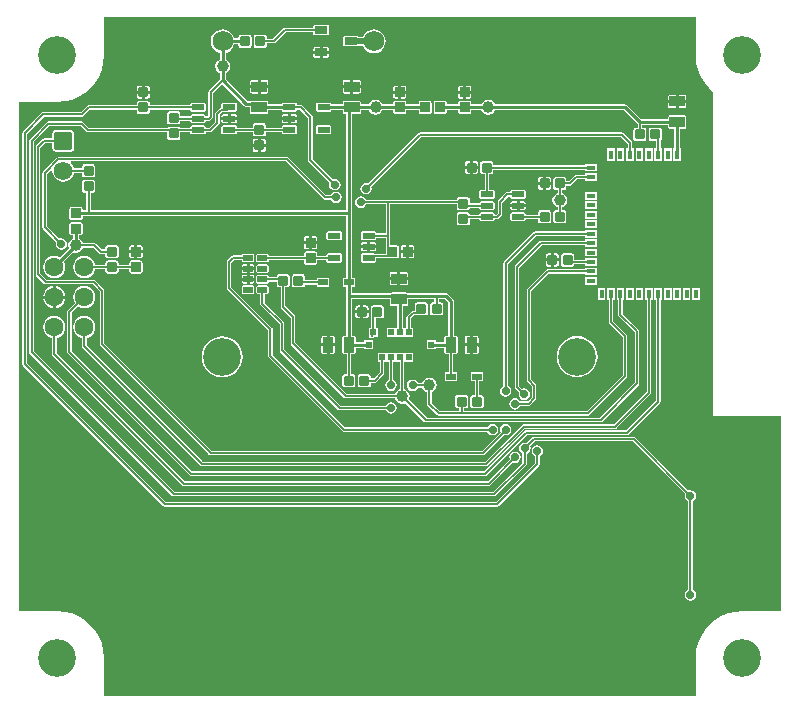
<source format=gbr>
%TF.GenerationSoftware,Altium Limited,Altium Designer,20.1.8 (145)*%
G04 Layer_Physical_Order=1*
G04 Layer_Color=2232046*
%FSLAX45Y45*%
%MOMM*%
%TF.SameCoordinates,BC6BF5D2-64E0-48A2-8BE4-7255E7142536*%
%TF.FilePolarity,Positive*%
%TF.FileFunction,Copper,L1,Top,Signal*%
%TF.Part,Single*%
G01*
G75*
%TA.AperFunction,SMDPad,CuDef*%
G04:AMPARAMS|DCode=10|XSize=0.848mm|YSize=0.848mm|CornerRadius=0.05088mm|HoleSize=0mm|Usage=FLASHONLY|Rotation=180.000|XOffset=0mm|YOffset=0mm|HoleType=Round|Shape=RoundedRectangle|*
%AMROUNDEDRECTD10*
21,1,0.84800,0.74624,0,0,180.0*
21,1,0.74624,0.84800,0,0,180.0*
1,1,0.10176,-0.37312,0.37312*
1,1,0.10176,0.37312,0.37312*
1,1,0.10176,0.37312,-0.37312*
1,1,0.10176,-0.37312,-0.37312*
%
%ADD10ROUNDEDRECTD10*%
G04:AMPARAMS|DCode=11|XSize=0.5mm|YSize=0.8mm|CornerRadius=0.0025mm|HoleSize=0mm|Usage=FLASHONLY|Rotation=90.000|XOffset=0mm|YOffset=0mm|HoleType=Round|Shape=RoundedRectangle|*
%AMROUNDEDRECTD11*
21,1,0.50000,0.79500,0,0,90.0*
21,1,0.49500,0.80000,0,0,90.0*
1,1,0.00500,0.39750,0.24750*
1,1,0.00500,0.39750,-0.24750*
1,1,0.00500,-0.39750,-0.24750*
1,1,0.00500,-0.39750,0.24750*
%
%ADD11ROUNDEDRECTD11*%
G04:AMPARAMS|DCode=12|XSize=0.848mm|YSize=0.848mm|CornerRadius=0.0424mm|HoleSize=0mm|Usage=FLASHONLY|Rotation=0.000|XOffset=0mm|YOffset=0mm|HoleType=Round|Shape=RoundedRectangle|*
%AMROUNDEDRECTD12*
21,1,0.84800,0.76320,0,0,0.0*
21,1,0.76320,0.84800,0,0,0.0*
1,1,0.08480,0.38160,-0.38160*
1,1,0.08480,-0.38160,-0.38160*
1,1,0.08480,-0.38160,0.38160*
1,1,0.08480,0.38160,0.38160*
%
%ADD12ROUNDEDRECTD12*%
G04:AMPARAMS|DCode=13|XSize=0.848mm|YSize=0.848mm|CornerRadius=0.0424mm|HoleSize=0mm|Usage=FLASHONLY|Rotation=270.000|XOffset=0mm|YOffset=0mm|HoleType=Round|Shape=RoundedRectangle|*
%AMROUNDEDRECTD13*
21,1,0.84800,0.76320,0,0,270.0*
21,1,0.76320,0.84800,0,0,270.0*
1,1,0.08480,-0.38160,-0.38160*
1,1,0.08480,-0.38160,0.38160*
1,1,0.08480,0.38160,0.38160*
1,1,0.08480,0.38160,-0.38160*
%
%ADD13ROUNDEDRECTD13*%
G04:AMPARAMS|DCode=14|XSize=0.5mm|YSize=1.05mm|CornerRadius=0.025mm|HoleSize=0mm|Usage=FLASHONLY|Rotation=270.000|XOffset=0mm|YOffset=0mm|HoleType=Round|Shape=RoundedRectangle|*
%AMROUNDEDRECTD14*
21,1,0.50000,1.00000,0,0,270.0*
21,1,0.45000,1.05000,0,0,270.0*
1,1,0.05000,-0.50000,-0.22500*
1,1,0.05000,-0.50000,0.22500*
1,1,0.05000,0.50000,0.22500*
1,1,0.05000,0.50000,-0.22500*
%
%ADD14ROUNDEDRECTD14*%
G04:AMPARAMS|DCode=15|XSize=0.48mm|YSize=0.78mm|CornerRadius=0.024mm|HoleSize=0mm|Usage=FLASHONLY|Rotation=90.000|XOffset=0mm|YOffset=0mm|HoleType=Round|Shape=RoundedRectangle|*
%AMROUNDEDRECTD15*
21,1,0.48000,0.73200,0,0,90.0*
21,1,0.43200,0.78000,0,0,90.0*
1,1,0.04800,0.36600,0.21600*
1,1,0.04800,0.36600,-0.21600*
1,1,0.04800,-0.36600,-0.21600*
1,1,0.04800,-0.36600,0.21600*
%
%ADD15ROUNDEDRECTD15*%
G04:AMPARAMS|DCode=16|XSize=0.6mm|YSize=1.1mm|CornerRadius=0.03mm|HoleSize=0mm|Usage=FLASHONLY|Rotation=90.000|XOffset=0mm|YOffset=0mm|HoleType=Round|Shape=RoundedRectangle|*
%AMROUNDEDRECTD16*
21,1,0.60000,1.04000,0,0,90.0*
21,1,0.54000,1.10000,0,0,90.0*
1,1,0.06000,0.52000,0.27000*
1,1,0.06000,0.52000,-0.27000*
1,1,0.06000,-0.52000,-0.27000*
1,1,0.06000,-0.52000,0.27000*
%
%ADD16ROUNDEDRECTD16*%
G04:AMPARAMS|DCode=17|XSize=0.848mm|YSize=0.848mm|CornerRadius=0.05088mm|HoleSize=0mm|Usage=FLASHONLY|Rotation=270.000|XOffset=0mm|YOffset=0mm|HoleType=Round|Shape=RoundedRectangle|*
%AMROUNDEDRECTD17*
21,1,0.84800,0.74624,0,0,270.0*
21,1,0.74624,0.84800,0,0,270.0*
1,1,0.10176,-0.37312,-0.37312*
1,1,0.10176,-0.37312,0.37312*
1,1,0.10176,0.37312,0.37312*
1,1,0.10176,0.37312,-0.37312*
%
%ADD17ROUNDEDRECTD17*%
%ADD18C,1.00000*%
%TA.AperFunction,ConnectorPad*%
%ADD19R,0.40000X0.80000*%
%ADD20R,0.80000X0.40000*%
%TA.AperFunction,BGAPad,CuDef*%
%ADD21R,1.45000X1.45000*%
%TA.AperFunction,SMDPad,CuDef*%
%ADD22R,0.60000X0.60000*%
%ADD23R,0.70000X0.70000*%
%TA.AperFunction,BGAPad,CuDef*%
%ADD24R,0.50000X0.50000*%
%TA.AperFunction,SMDPad,CuDef*%
%ADD25R,0.20000X0.15000*%
%ADD26R,2.50000X1.00000*%
G04:AMPARAMS|DCode=27|XSize=1.275mm|YSize=0.9mm|CornerRadius=0.045mm|HoleSize=0mm|Usage=FLASHONLY|Rotation=90.000|XOffset=0mm|YOffset=0mm|HoleType=Round|Shape=RoundedRectangle|*
%AMROUNDEDRECTD27*
21,1,1.27500,0.81000,0,0,90.0*
21,1,1.18500,0.90000,0,0,90.0*
1,1,0.09000,0.40500,0.59250*
1,1,0.09000,0.40500,-0.59250*
1,1,0.09000,-0.40500,-0.59250*
1,1,0.09000,-0.40500,0.59250*
%
%ADD27ROUNDEDRECTD27*%
G04:AMPARAMS|DCode=28|XSize=1.275mm|YSize=0.9mm|CornerRadius=0.045mm|HoleSize=0mm|Usage=FLASHONLY|Rotation=0.000|XOffset=0mm|YOffset=0mm|HoleType=Round|Shape=RoundedRectangle|*
%AMROUNDEDRECTD28*
21,1,1.27500,0.81000,0,0,0.0*
21,1,1.18500,0.90000,0,0,0.0*
1,1,0.09000,0.59250,-0.40500*
1,1,0.09000,-0.59250,-0.40500*
1,1,0.09000,-0.59250,0.40500*
1,1,0.09000,0.59250,0.40500*
%
%ADD28ROUNDEDRECTD28*%
%TA.AperFunction,Conductor*%
%ADD29C,0.12700*%
%ADD30C,0.25400*%
%ADD31C,0.15240*%
%ADD32C,0.50800*%
%TA.AperFunction,ComponentPad*%
%ADD33C,3.20000*%
%ADD34C,1.75000*%
%ADD35C,1.50000*%
%ADD36C,1.60000*%
%ADD37C,1.58000*%
G04:AMPARAMS|DCode=38|XSize=1.58mm|YSize=1.58mm|CornerRadius=0.158mm|HoleSize=0mm|Usage=FLASHONLY|Rotation=0.000|XOffset=0mm|YOffset=0mm|HoleType=Round|Shape=RoundedRectangle|*
%AMROUNDEDRECTD38*
21,1,1.58000,1.26400,0,0,0.0*
21,1,1.26400,1.58000,0,0,0.0*
1,1,0.31600,0.63200,-0.63200*
1,1,0.31600,-0.63200,-0.63200*
1,1,0.31600,-0.63200,0.63200*
1,1,0.31600,0.63200,0.63200*
%
%ADD38ROUNDEDRECTD38*%
%TA.AperFunction,WasherPad*%
%ADD39C,3.20000*%
%TA.AperFunction,ViaPad*%
%ADD40C,0.70000*%
G36*
X5756872Y5450000D02*
X5756005D01*
X5760856Y5388365D01*
X5775289Y5328249D01*
X5798948Y5271130D01*
X5831251Y5218416D01*
X5871404Y5171403D01*
X5904127Y5143455D01*
Y4774116D01*
X5904104Y4774000D01*
Y3274000D01*
X5904127Y3273886D01*
X5904127Y2400000D01*
X6474104Y2400000D01*
Y743128D01*
X6150000D01*
Y743995D01*
X6088366Y739144D01*
X6028249Y724711D01*
X5971130Y701052D01*
X5918416Y668748D01*
X5871404Y628596D01*
X5831251Y581584D01*
X5798948Y528870D01*
X5775289Y471751D01*
X5760856Y411634D01*
X5756005Y350000D01*
X5756872D01*
Y25896D01*
X743128D01*
Y350000D01*
X743995D01*
X739144Y411634D01*
X724711Y471751D01*
X701052Y528870D01*
X668748Y581584D01*
X628596Y628596D01*
X581584Y668748D01*
X528870Y701052D01*
X471751Y724711D01*
X411634Y739144D01*
X350000Y743995D01*
Y743128D01*
X25896D01*
X25897Y5056872D01*
X350000D01*
Y5056005D01*
X411634Y5060856D01*
X471751Y5075289D01*
X528870Y5098948D01*
X581584Y5131251D01*
X628596Y5171403D01*
X668748Y5218416D01*
X701052Y5271130D01*
X724711Y5328249D01*
X739144Y5388365D01*
X743995Y5450000D01*
X743128D01*
Y5774104D01*
X5756872D01*
Y5450000D01*
D02*
G37*
%LPC*%
G36*
X2635573Y5708008D02*
X2531574D01*
X2525448Y5706789D01*
X2520255Y5703319D01*
X2516784Y5698126D01*
X2515566Y5692000D01*
Y5684423D01*
X2275302D01*
X2267869Y5682945D01*
X2261568Y5678735D01*
X2172257Y5589423D01*
X2124614D01*
Y5607312D01*
X2123234Y5614253D01*
X2119302Y5620137D01*
X2113418Y5624068D01*
X2106478Y5625448D01*
X2031854D01*
X2024913Y5624068D01*
X2019029Y5620137D01*
X2015098Y5614253D01*
X2013717Y5607312D01*
Y5532688D01*
X2015098Y5525747D01*
X2019029Y5519863D01*
X2024913Y5515932D01*
X2031854Y5514552D01*
X2106478D01*
X2113418Y5515932D01*
X2119302Y5519863D01*
X2123234Y5525747D01*
X2124614Y5532688D01*
Y5550577D01*
X2180302D01*
X2187735Y5552055D01*
X2194036Y5556266D01*
X2283348Y5645577D01*
X2515566D01*
Y5638000D01*
X2516784Y5631875D01*
X2520255Y5626681D01*
X2525448Y5623211D01*
X2531574Y5621993D01*
X2635573D01*
X2641699Y5623211D01*
X2646892Y5626681D01*
X2650362Y5631875D01*
X2651581Y5638000D01*
Y5692000D01*
X2650362Y5698126D01*
X2646892Y5703319D01*
X2641699Y5706789D01*
X2635573Y5708008D01*
D02*
G37*
G36*
X3030000Y5671065D02*
X3003843Y5667621D01*
X2979468Y5657525D01*
X2958537Y5641463D01*
X2942475Y5620532D01*
X2937635Y5608846D01*
X2896103D01*
X2891699Y5611789D01*
X2885574Y5613008D01*
X2781574D01*
X2775448Y5611789D01*
X2770255Y5608319D01*
X2766785Y5603126D01*
X2765566Y5597000D01*
Y5543000D01*
X2766785Y5536874D01*
X2770255Y5531681D01*
X2775448Y5528211D01*
X2781574Y5526993D01*
X2885574D01*
X2891699Y5528211D01*
X2896103Y5531153D01*
X2937635D01*
X2942475Y5519468D01*
X2958537Y5498537D01*
X2979468Y5482475D01*
X3003843Y5472379D01*
X3030000Y5468935D01*
X3056157Y5472379D01*
X3080532Y5482475D01*
X3101463Y5498537D01*
X3117525Y5519468D01*
X3127621Y5543843D01*
X3131065Y5570000D01*
X3127621Y5596157D01*
X3117525Y5620532D01*
X3101463Y5641463D01*
X3080532Y5657525D01*
X3056157Y5667621D01*
X3030000Y5671065D01*
D02*
G37*
G36*
X1750000D02*
X1723843Y5667621D01*
X1699468Y5657525D01*
X1678537Y5641463D01*
X1662475Y5620532D01*
X1652379Y5596157D01*
X1648935Y5570000D01*
X1652379Y5543843D01*
X1662475Y5519468D01*
X1678537Y5498537D01*
X1699468Y5482475D01*
X1723843Y5472379D01*
X1724102Y5472345D01*
Y5414964D01*
X1704796Y5402064D01*
X1690938Y5381324D01*
X1686072Y5356860D01*
X1690938Y5332396D01*
X1704796Y5311656D01*
X1724102Y5298756D01*
Y5243774D01*
X1634222Y5153894D01*
X1630012Y5147593D01*
X1628533Y5140160D01*
Y4939660D01*
X1622532Y4933660D01*
X1607079D01*
Y4936737D01*
X1602260Y4948370D01*
X1590627Y4953189D01*
X1490627D01*
X1478993Y4948370D01*
X1474174Y4936737D01*
Y4933660D01*
X1391488D01*
Y4958792D01*
X1390108Y4965733D01*
X1386176Y4971616D01*
X1380292Y4975548D01*
X1373352Y4976928D01*
X1298728D01*
X1291787Y4975548D01*
X1285903Y4971616D01*
X1281972Y4965733D01*
X1280591Y4958792D01*
Y4884168D01*
X1281972Y4877227D01*
X1285903Y4871343D01*
X1291787Y4867412D01*
X1298728Y4866031D01*
X1373352D01*
X1380292Y4867412D01*
X1386176Y4871343D01*
X1390108Y4877227D01*
X1391488Y4884168D01*
Y4894813D01*
X1474174D01*
Y4891736D01*
X1478993Y4880103D01*
X1490627Y4875284D01*
X1590627D01*
X1602260Y4880103D01*
X1607079Y4891736D01*
Y4894813D01*
X1630578D01*
X1638011Y4896292D01*
X1644312Y4900502D01*
X1661690Y4917880D01*
X1661691Y4917881D01*
X1665901Y4924182D01*
X1667379Y4931615D01*
Y5132114D01*
X1745422Y5210157D01*
X1932489Y5023090D01*
X1940890Y5017476D01*
X1950801Y5015505D01*
X1983397D01*
Y4968737D01*
X1984732Y4962026D01*
X1988533Y4956336D01*
X1994222Y4952535D01*
X2000934Y4951200D01*
X2119434D01*
X2126145Y4952535D01*
X2131834Y4956336D01*
X2135636Y4962026D01*
X2136971Y4968737D01*
Y4983339D01*
X2249695D01*
X2253107Y4975103D01*
X2264740Y4970284D01*
X2364741D01*
X2376374Y4975103D01*
X2381193Y4986737D01*
Y4989813D01*
X2404545D01*
X2473498Y4920860D01*
Y4562182D01*
X2474977Y4554749D01*
X2479187Y4548448D01*
X2653854Y4373781D01*
X2650342Y4356126D01*
X2654044Y4337514D01*
X2664587Y4321736D01*
X2680365Y4311194D01*
X2698977Y4307492D01*
X2717588Y4311194D01*
X2733367Y4321736D01*
X2743909Y4337514D01*
X2747611Y4356126D01*
X2743909Y4374738D01*
X2733367Y4390516D01*
X2717588Y4401058D01*
X2698977Y4404760D01*
X2681323Y4401249D01*
X2512344Y4570228D01*
Y4928906D01*
X2510866Y4936338D01*
X2506656Y4942640D01*
X2426325Y5022971D01*
X2420023Y5027181D01*
X2412590Y5028660D01*
X2381193D01*
Y5031737D01*
X2376374Y5043370D01*
X2364741Y5048189D01*
X2264740D01*
X2253107Y5043370D01*
X2249695Y5035134D01*
X2136971D01*
Y5049737D01*
X2135636Y5056448D01*
X2131834Y5062137D01*
X2126145Y5065939D01*
X2119434Y5067274D01*
X2028150D01*
X2028018Y5067300D01*
X1961528D01*
X1775898Y5252931D01*
Y5298756D01*
X1795204Y5311656D01*
X1809062Y5332396D01*
X1813928Y5356860D01*
X1809062Y5381324D01*
X1795204Y5402064D01*
X1775898Y5414964D01*
Y5472345D01*
X1776157Y5472379D01*
X1800532Y5482475D01*
X1821463Y5498537D01*
X1837525Y5519468D01*
X1847621Y5543843D01*
X1847655Y5544102D01*
X1883717D01*
Y5532688D01*
X1885098Y5525747D01*
X1889029Y5519863D01*
X1894913Y5515932D01*
X1901854Y5514552D01*
X1976478D01*
X1983418Y5515932D01*
X1989302Y5519863D01*
X1993234Y5525747D01*
X1994614Y5532688D01*
Y5607312D01*
X1993234Y5614253D01*
X1989302Y5620137D01*
X1983418Y5624068D01*
X1976478Y5625448D01*
X1901854D01*
X1894913Y5624068D01*
X1889029Y5620137D01*
X1885098Y5614253D01*
X1883717Y5607312D01*
Y5595898D01*
X1847655D01*
X1847621Y5596157D01*
X1837525Y5620532D01*
X1821463Y5641463D01*
X1800532Y5657525D01*
X1776157Y5667621D01*
X1750000Y5671065D01*
D02*
G37*
G36*
X2635573Y5518007D02*
X2596273D01*
Y5487700D01*
X2651581D01*
Y5502000D01*
X2650362Y5508125D01*
X2646892Y5513319D01*
X2641699Y5516789D01*
X2635573Y5518007D01*
D02*
G37*
G36*
X2570873D02*
X2531574D01*
X2525448Y5516789D01*
X2520255Y5513319D01*
X2516784Y5508125D01*
X2515566Y5502000D01*
Y5487700D01*
X2570873D01*
Y5518007D01*
D02*
G37*
G36*
X2651581Y5462300D02*
X2596273D01*
Y5431992D01*
X2635573D01*
X2641699Y5433211D01*
X2646892Y5436681D01*
X2650362Y5441874D01*
X2651581Y5448000D01*
Y5462300D01*
D02*
G37*
G36*
X2570873D02*
X2515566D01*
Y5448000D01*
X2516784Y5441874D01*
X2520255Y5436681D01*
X2525448Y5433211D01*
X2531574Y5431992D01*
X2570873D01*
Y5462300D01*
D02*
G37*
G36*
X2119433Y5242514D02*
X2072883D01*
Y5197177D01*
X2136970D01*
Y5224977D01*
X2135635Y5231689D01*
X2131834Y5237378D01*
X2126145Y5241179D01*
X2119433Y5242514D01*
D02*
G37*
G36*
X2047483D02*
X2000933D01*
X1994222Y5241179D01*
X1988533Y5237378D01*
X1984731Y5231689D01*
X1983396Y5224977D01*
Y5197177D01*
X2047483D01*
Y5242514D01*
D02*
G37*
G36*
X2900879Y5242514D02*
X2854329D01*
Y5197177D01*
X2918416D01*
Y5224977D01*
X2917081Y5231688D01*
X2913279Y5237377D01*
X2907590Y5241179D01*
X2900879Y5242514D01*
D02*
G37*
G36*
X2828929D02*
X2782379D01*
X2775668Y5241179D01*
X2769978Y5237377D01*
X2766177Y5231688D01*
X2764842Y5224977D01*
Y5197177D01*
X2828929D01*
Y5242514D01*
D02*
G37*
G36*
X3837196Y5194669D02*
X3811736D01*
Y5151937D01*
X3854468D01*
Y5177397D01*
X3853153Y5184006D01*
X3849409Y5189610D01*
X3843805Y5193354D01*
X3837196Y5194669D01*
D02*
G37*
G36*
X3786336D02*
X3760876D01*
X3754266Y5193354D01*
X3748663Y5189610D01*
X3744918Y5184006D01*
X3743604Y5177397D01*
Y5151937D01*
X3786336D01*
Y5194669D01*
D02*
G37*
G36*
X3288530D02*
X3263070D01*
Y5151937D01*
X3305802D01*
Y5177397D01*
X3304487Y5184006D01*
X3300743Y5189610D01*
X3295139Y5193354D01*
X3288530Y5194669D01*
D02*
G37*
G36*
X3237670D02*
X3212210D01*
X3205600Y5193354D01*
X3199997Y5189610D01*
X3196252Y5184006D01*
X3194938Y5177397D01*
Y5151937D01*
X3237670D01*
Y5194669D01*
D02*
G37*
G36*
X1114826Y5194685D02*
X1090214D01*
Y5151937D01*
X1132963D01*
Y5176549D01*
X1131582Y5183489D01*
X1127651Y5189373D01*
X1121767Y5193305D01*
X1114826Y5194685D01*
D02*
G37*
G36*
X1064814D02*
X1040202D01*
X1033262Y5193305D01*
X1027378Y5189373D01*
X1023446Y5183489D01*
X1022066Y5176549D01*
Y5151937D01*
X1064814D01*
Y5194685D01*
D02*
G37*
G36*
X2136970Y5171777D02*
X2072883D01*
Y5126440D01*
X2119433D01*
X2126145Y5127775D01*
X2131834Y5131577D01*
X2135635Y5137266D01*
X2136970Y5143977D01*
Y5171777D01*
D02*
G37*
G36*
X2047483D02*
X1983396D01*
Y5143977D01*
X1984731Y5137266D01*
X1988533Y5131577D01*
X1994222Y5127775D01*
X2000933Y5126440D01*
X2047483D01*
Y5171777D01*
D02*
G37*
G36*
X2918416Y5171777D02*
X2854329D01*
Y5126440D01*
X2900879D01*
X2907590Y5127775D01*
X2913279Y5131576D01*
X2917081Y5137266D01*
X2918416Y5143977D01*
Y5171777D01*
D02*
G37*
G36*
X2828929D02*
X2764842D01*
Y5143977D01*
X2766177Y5137266D01*
X2769978Y5131576D01*
X2775668Y5127775D01*
X2782379Y5126440D01*
X2828929D01*
Y5171777D01*
D02*
G37*
G36*
X3854468Y5126537D02*
X3811736D01*
Y5083805D01*
X3837196D01*
X3843805Y5085120D01*
X3849409Y5088864D01*
X3853153Y5094467D01*
X3854468Y5101077D01*
Y5126537D01*
D02*
G37*
G36*
X3786336D02*
X3743604D01*
Y5101077D01*
X3744918Y5094467D01*
X3748663Y5088864D01*
X3754266Y5085120D01*
X3760876Y5083805D01*
X3786336D01*
Y5126537D01*
D02*
G37*
G36*
X3305802D02*
X3263070D01*
Y5083805D01*
X3288530D01*
X3295139Y5085120D01*
X3300743Y5088864D01*
X3304487Y5094467D01*
X3305802Y5101077D01*
Y5126537D01*
D02*
G37*
G36*
X3237670D02*
X3194938D01*
Y5101077D01*
X3196252Y5094467D01*
X3199997Y5088864D01*
X3205600Y5085120D01*
X3212210Y5083805D01*
X3237670D01*
Y5126537D01*
D02*
G37*
G36*
X1132963Y5126537D02*
X1090214D01*
Y5083788D01*
X1114826D01*
X1121767Y5085169D01*
X1127651Y5089100D01*
X1131582Y5094984D01*
X1132963Y5101925D01*
Y5126537D01*
D02*
G37*
G36*
X1064814D02*
X1022066D01*
Y5101925D01*
X1023446Y5094984D01*
X1027378Y5089100D01*
X1033262Y5085169D01*
X1040202Y5083788D01*
X1064814D01*
Y5126537D01*
D02*
G37*
G36*
X5657250Y5117931D02*
X5610700D01*
Y5072594D01*
X5674787D01*
Y5100394D01*
X5673452Y5107105D01*
X5669651Y5112794D01*
X5663961Y5116596D01*
X5657250Y5117931D01*
D02*
G37*
G36*
X5585300D02*
X5538750D01*
X5532039Y5116596D01*
X5526350Y5112794D01*
X5522548Y5107105D01*
X5521213Y5100394D01*
Y5072594D01*
X5585300D01*
Y5117931D01*
D02*
G37*
G36*
X3997940Y5073165D02*
X3973476Y5068299D01*
X3952736Y5054441D01*
X3939836Y5035134D01*
X3854468D01*
Y5047397D01*
X3853153Y5054006D01*
X3849409Y5059610D01*
X3843805Y5063354D01*
X3837196Y5064669D01*
X3760876D01*
X3754266Y5063354D01*
X3748663Y5059610D01*
X3744918Y5054006D01*
X3743604Y5047397D01*
Y5035134D01*
X3648971D01*
Y5047397D01*
X3647656Y5054006D01*
X3643912Y5059610D01*
X3638309Y5063354D01*
X3631699Y5064669D01*
X3555379D01*
X3548770Y5063354D01*
X3543166Y5059610D01*
X3539422Y5054006D01*
X3538107Y5047397D01*
Y4971077D01*
X3539422Y4964467D01*
X3543166Y4958864D01*
X3548770Y4955119D01*
X3555379Y4953805D01*
X3631699D01*
X3638309Y4955119D01*
X3643912Y4958864D01*
X3647656Y4964467D01*
X3648971Y4971077D01*
Y4983339D01*
X3743604D01*
Y4971077D01*
X3744918Y4964467D01*
X3748663Y4958864D01*
X3754266Y4955119D01*
X3760876Y4953805D01*
X3837196D01*
X3843805Y4955119D01*
X3849409Y4958864D01*
X3853153Y4964467D01*
X3854468Y4971077D01*
Y4983339D01*
X3939836D01*
X3952736Y4964032D01*
X3973476Y4950175D01*
X3997940Y4945308D01*
X4022404Y4950175D01*
X4043144Y4964032D01*
X4056044Y4983339D01*
X5147290D01*
X5263177Y4867452D01*
Y4836895D01*
X5245288D01*
X5238348Y4835515D01*
X5232464Y4831583D01*
X5228532Y4825700D01*
X5227152Y4818759D01*
Y4744135D01*
X5228532Y4737194D01*
X5232464Y4731310D01*
X5238348Y4727379D01*
X5245288Y4725998D01*
X5319912D01*
X5326853Y4727379D01*
X5332737Y4731310D01*
X5336668Y4737194D01*
X5338049Y4744135D01*
Y4818759D01*
X5336668Y4825700D01*
X5332737Y4831583D01*
X5326853Y4835515D01*
X5319912Y4836895D01*
X5302023D01*
Y4858756D01*
X5521213D01*
Y4844154D01*
X5522548Y4837442D01*
X5526350Y4831753D01*
X5532039Y4827952D01*
X5538750Y4826617D01*
X5572103D01*
Y4663300D01*
X5565300D01*
Y4557900D01*
X5630700D01*
Y4663300D01*
X5623898D01*
Y4826617D01*
X5657250D01*
X5663961Y4827952D01*
X5669651Y4831753D01*
X5673452Y4837442D01*
X5674787Y4844154D01*
Y4925154D01*
X5673452Y4931865D01*
X5669651Y4937554D01*
X5663961Y4941356D01*
X5657250Y4942691D01*
X5538750D01*
X5532039Y4941356D01*
X5526350Y4937554D01*
X5522548Y4931865D01*
X5521213Y4925154D01*
Y4910551D01*
X5293327D01*
X5176329Y5027549D01*
X5167928Y5033163D01*
X5158017Y5035134D01*
X4056044D01*
X4043144Y5054441D01*
X4022404Y5068299D01*
X3997940Y5073165D01*
D02*
G37*
G36*
X3044736D02*
X3020272Y5068299D01*
X2999532Y5054441D01*
X2986632Y5035134D01*
X2918416D01*
Y5049737D01*
X2917081Y5056448D01*
X2913279Y5062137D01*
X2907590Y5065939D01*
X2900879Y5067274D01*
X2782378D01*
X2775667Y5065939D01*
X2769978Y5062137D01*
X2766177Y5056448D01*
X2764842Y5049737D01*
Y5035134D01*
X2669785D01*
X2666374Y5043370D01*
X2654740Y5048189D01*
X2554740D01*
X2543106Y5043370D01*
X2538288Y5031737D01*
Y4986737D01*
X2543106Y4975103D01*
X2554740Y4970284D01*
X2654740D01*
X2666374Y4975103D01*
X2669785Y4983339D01*
X2764842D01*
Y4968737D01*
X2766177Y4962025D01*
X2769978Y4956336D01*
X2775667Y4952535D01*
X2782378Y4951200D01*
X2792893D01*
Y4138619D01*
X635120D01*
Y4287552D01*
X651714D01*
X658654Y4288932D01*
X664538Y4292864D01*
X668470Y4298748D01*
X669850Y4305688D01*
Y4380312D01*
X668470Y4387253D01*
X664538Y4393137D01*
X658654Y4397068D01*
X651714Y4398449D01*
X577090D01*
X570149Y4397068D01*
X564265Y4393137D01*
X560334Y4387253D01*
X558953Y4380312D01*
Y4305688D01*
X560334Y4298748D01*
X564265Y4292864D01*
X570149Y4288932D01*
X577090Y4287552D01*
X593684D01*
Y4138619D01*
X563833D01*
Y4150881D01*
X562519Y4157491D01*
X558774Y4163094D01*
X553171Y4166839D01*
X546561Y4168153D01*
X470241D01*
X463632Y4166839D01*
X458028Y4163094D01*
X454284Y4157491D01*
X452969Y4150881D01*
Y4074561D01*
X454284Y4067952D01*
X458028Y4062348D01*
X463632Y4058604D01*
X470241Y4057289D01*
X546561D01*
X553171Y4058604D01*
X558774Y4062348D01*
X562519Y4067952D01*
X563833Y4074561D01*
Y4086824D01*
X2792893D01*
Y3567830D01*
X2779041D01*
X2769129Y3563725D01*
X2765024Y3553813D01*
Y3504313D01*
X2769129Y3494401D01*
X2779041Y3490296D01*
X2792893D01*
Y3415343D01*
Y3076787D01*
X2778291D01*
X2771580Y3075452D01*
X2765890Y3071650D01*
X2762089Y3065961D01*
X2760754Y3059250D01*
Y2940750D01*
X2762089Y2934039D01*
X2765890Y2928349D01*
X2771580Y2924548D01*
X2778291Y2923213D01*
X2799368D01*
Y2750778D01*
X2781479D01*
X2774538Y2749398D01*
X2768654Y2745466D01*
X2764723Y2739583D01*
X2763342Y2732642D01*
Y2658018D01*
X2764723Y2651077D01*
X2768654Y2645193D01*
X2774538Y2641262D01*
X2781479Y2639881D01*
X2856103D01*
X2863044Y2641262D01*
X2868927Y2645193D01*
X2872859Y2651077D01*
X2874239Y2658018D01*
Y2732642D01*
X2872859Y2739583D01*
X2868927Y2745466D01*
X2863044Y2749398D01*
X2856103Y2750778D01*
X2838214D01*
Y2923213D01*
X2859291D01*
X2866002Y2924548D01*
X2871691Y2928349D01*
X2875493Y2934039D01*
X2876828Y2940750D01*
Y2974103D01*
X2947300D01*
Y2962300D01*
X3022700D01*
Y3037700D01*
X2947300D01*
Y3025898D01*
X2876828D01*
Y3059250D01*
X2875493Y3065961D01*
X2871691Y3071650D01*
X2866002Y3075452D01*
X2859291Y3076787D01*
X2844688D01*
Y3389445D01*
X3163053D01*
Y3344377D01*
X3164388Y3337666D01*
X3168189Y3331976D01*
X3173879Y3328175D01*
X3180590Y3326840D01*
X3224103D01*
Y3142700D01*
X3137300D01*
Y3067300D01*
X3362700D01*
Y3142700D01*
X3344423D01*
Y3223523D01*
X3368727Y3247827D01*
X3395130D01*
X3395254Y3247852D01*
X3468492D01*
X3475433Y3249232D01*
X3481317Y3253163D01*
X3485248Y3259047D01*
X3486629Y3265988D01*
Y3340612D01*
X3485248Y3347553D01*
X3481317Y3353437D01*
X3475433Y3357368D01*
X3468492Y3358748D01*
X3393868D01*
X3386927Y3357368D01*
X3381044Y3353437D01*
X3377112Y3347553D01*
X3375732Y3340612D01*
Y3286673D01*
X3360682D01*
X3353249Y3285195D01*
X3346948Y3280984D01*
X3311266Y3245303D01*
X3307056Y3239001D01*
X3305577Y3231568D01*
Y3142700D01*
X3275898D01*
Y3326840D01*
X3299090D01*
X3305801Y3328175D01*
X3311491Y3331976D01*
X3315292Y3337666D01*
X3316627Y3344377D01*
Y3389445D01*
X3541757D01*
Y3358748D01*
X3523868D01*
X3516927Y3357368D01*
X3511044Y3353437D01*
X3507112Y3347553D01*
X3505732Y3340612D01*
Y3265988D01*
X3507112Y3259047D01*
X3511044Y3253163D01*
X3516927Y3249232D01*
X3523868Y3247852D01*
X3598492D01*
X3605433Y3249232D01*
X3611317Y3253163D01*
X3615248Y3259047D01*
X3616629Y3265988D01*
Y3340612D01*
X3615248Y3347553D01*
X3611317Y3353437D01*
X3605433Y3357368D01*
X3598492Y3358748D01*
X3580603D01*
Y3389445D01*
X3626404D01*
X3657183Y3358667D01*
Y3076787D01*
X3642580D01*
X3635869Y3075452D01*
X3630180Y3071651D01*
X3626378Y3065961D01*
X3625043Y3059250D01*
Y3025898D01*
X3552700D01*
Y3037700D01*
X3477300D01*
Y2962300D01*
X3552700D01*
Y2974103D01*
X3625043D01*
Y2940750D01*
X3626378Y2934039D01*
X3630180Y2928349D01*
X3635869Y2924548D01*
X3642580Y2923213D01*
X3663657D01*
Y2769688D01*
X3643330D01*
X3633419Y2765583D01*
X3629313Y2755671D01*
Y2706171D01*
X3633419Y2696260D01*
X3643330Y2692154D01*
X3722830D01*
X3732742Y2696260D01*
X3736847Y2706171D01*
Y2755671D01*
X3732742Y2765583D01*
X3722830Y2769688D01*
X3702503D01*
Y2923213D01*
X3723580D01*
X3730291Y2924548D01*
X3735981Y2928349D01*
X3739782Y2934039D01*
X3741117Y2940750D01*
Y3059250D01*
X3739782Y3065961D01*
X3735981Y3071651D01*
X3730291Y3075452D01*
X3723580Y3076787D01*
X3708978D01*
Y3369394D01*
X3707007Y3379304D01*
X3701393Y3387706D01*
X3655444Y3433655D01*
X3647042Y3439269D01*
X3637131Y3441240D01*
X3306308D01*
X3305801Y3441579D01*
X3299090Y3442914D01*
X3180590D01*
X3173879Y3441579D01*
X3173372Y3441241D01*
X2844688D01*
Y3490296D01*
X2858541D01*
X2868452Y3494401D01*
X2872558Y3504313D01*
Y3553813D01*
X2868452Y3563725D01*
X2858541Y3567830D01*
X2844688D01*
Y4112721D01*
Y4951200D01*
X2900879D01*
X2907590Y4952535D01*
X2913279Y4956336D01*
X2917081Y4962025D01*
X2918416Y4968737D01*
Y4983339D01*
X2986632D01*
X2999532Y4964032D01*
X3020272Y4950175D01*
X3044736Y4945308D01*
X3069201Y4950175D01*
X3089940Y4964032D01*
X3102841Y4983339D01*
X3194938D01*
Y4971077D01*
X3196252Y4964467D01*
X3199997Y4958864D01*
X3205600Y4955119D01*
X3212210Y4953805D01*
X3288530D01*
X3295139Y4955119D01*
X3300743Y4958864D01*
X3304487Y4964467D01*
X3305802Y4971077D01*
Y4983339D01*
X3408107D01*
Y4971077D01*
X3409422Y4964467D01*
X3413166Y4958864D01*
X3418769Y4955119D01*
X3425379Y4953805D01*
X3501699D01*
X3508308Y4955119D01*
X3513912Y4958864D01*
X3517656Y4964467D01*
X3518971Y4971077D01*
Y5047397D01*
X3517656Y5054006D01*
X3513912Y5059610D01*
X3508308Y5063354D01*
X3501699Y5064669D01*
X3425379D01*
X3418769Y5063354D01*
X3413166Y5059610D01*
X3409422Y5054006D01*
X3408107Y5047397D01*
Y5035134D01*
X3305802D01*
Y5047397D01*
X3304487Y5054006D01*
X3300743Y5059610D01*
X3295139Y5063354D01*
X3288530Y5064669D01*
X3212210D01*
X3205600Y5063354D01*
X3199997Y5059610D01*
X3196252Y5054006D01*
X3194938Y5047397D01*
Y5035134D01*
X3102841D01*
X3089940Y5054441D01*
X3069201Y5068299D01*
X3044736Y5073165D01*
D02*
G37*
G36*
X5674787Y5047194D02*
X5610700D01*
Y5001857D01*
X5657250D01*
X5663961Y5003192D01*
X5669651Y5006993D01*
X5673452Y5012682D01*
X5674787Y5019394D01*
Y5047194D01*
D02*
G37*
G36*
X5585300D02*
X5521213D01*
Y5019394D01*
X5522548Y5012682D01*
X5526350Y5006993D01*
X5532039Y5003192D01*
X5538750Y5001857D01*
X5585300D01*
Y5047194D01*
D02*
G37*
G36*
X1855627Y5048189D02*
X1755626D01*
X1743993Y5043370D01*
X1739174Y5031737D01*
Y5022049D01*
X1738794Y5010010D01*
X1731361Y5008531D01*
X1725060Y5004321D01*
X1690355Y4969616D01*
X1686144Y4963315D01*
X1684666Y4955882D01*
Y4887782D01*
X1635544Y4838660D01*
X1607079D01*
Y4841737D01*
X1602260Y4853370D01*
X1590627Y4858189D01*
X1490627D01*
X1478993Y4853370D01*
X1474174Y4841737D01*
Y4838660D01*
X1388152D01*
X1386176Y4841617D01*
X1380292Y4845548D01*
X1373352Y4846929D01*
X1298728D01*
X1291787Y4845548D01*
X1285903Y4841617D01*
X1283928Y4838660D01*
X616314D01*
X569520Y4885454D01*
X563219Y4889665D01*
X555786Y4891143D01*
X274666D01*
X274664Y4891143D01*
X267232Y4889665D01*
X260930Y4885454D01*
X117879Y4742404D01*
X113669Y4736102D01*
X112191Y4728669D01*
Y2937567D01*
X113669Y2930134D01*
X117879Y2923833D01*
X1320719Y1720993D01*
X1327020Y1716783D01*
X1334453Y1715304D01*
X1334454Y1715304D01*
X4048997D01*
X4056430Y1716783D01*
X4062732Y1720993D01*
X4321333Y1979594D01*
X4325543Y1985896D01*
X4327022Y1993329D01*
Y2078456D01*
X4341988Y2088456D01*
X4352531Y2104235D01*
X4356233Y2122846D01*
X4352721Y2140500D01*
X4394303Y2182082D01*
X5221030D01*
X5665459Y1737654D01*
X5661947Y1720000D01*
X5665649Y1701388D01*
X5676192Y1685610D01*
X5691158Y1675610D01*
Y924390D01*
X5676192Y914390D01*
X5665649Y898612D01*
X5661947Y880000D01*
X5665649Y861388D01*
X5676192Y845610D01*
X5691970Y835068D01*
X5710581Y831366D01*
X5729193Y835068D01*
X5744971Y845610D01*
X5755514Y861388D01*
X5759216Y880000D01*
X5755514Y898612D01*
X5744971Y914390D01*
X5730005Y924390D01*
Y1675610D01*
X5744971Y1685610D01*
X5755514Y1701388D01*
X5759216Y1720000D01*
X5755514Y1738611D01*
X5744971Y1754390D01*
X5729193Y1764932D01*
X5710581Y1768634D01*
X5692927Y1765123D01*
X5242810Y2215240D01*
X5236509Y2219450D01*
X5229076Y2220929D01*
X4386257D01*
X4378824Y2219450D01*
X4372523Y2215240D01*
X4325252Y2167969D01*
X4307598Y2171481D01*
X4288987Y2167778D01*
X4273208Y2157236D01*
X4262666Y2141458D01*
X4258964Y2122846D01*
X4262666Y2104235D01*
X4273208Y2088456D01*
X4288175Y2078456D01*
Y2001374D01*
X4040952Y1754151D01*
X1342498D01*
X151037Y2945612D01*
Y4720624D01*
X282710Y4852297D01*
X547740D01*
X594535Y4805502D01*
X600836Y4801292D01*
X608269Y4799813D01*
X608270Y4799814D01*
X1280591D01*
Y4754168D01*
X1281972Y4747227D01*
X1285903Y4741344D01*
X1291787Y4737412D01*
X1298728Y4736032D01*
X1373352D01*
X1380292Y4737412D01*
X1386176Y4741344D01*
X1390108Y4747227D01*
X1391488Y4754168D01*
Y4799814D01*
X1474174D01*
Y4796737D01*
X1478993Y4785103D01*
X1490627Y4780284D01*
X1590627D01*
X1602260Y4785103D01*
X1607079Y4796737D01*
Y4799814D01*
X1643590D01*
X1651023Y4801292D01*
X1657324Y4805502D01*
X1717823Y4866002D01*
X1722034Y4872303D01*
X1723512Y4879736D01*
Y4947836D01*
X1746840Y4971164D01*
X1753504D01*
X1755626Y4970284D01*
X1855627D01*
X1867260Y4975103D01*
X1872079Y4986737D01*
Y5031737D01*
X1867260Y5043370D01*
X1855627Y5048189D01*
D02*
G37*
G36*
X1114826Y5064685D02*
X1040202D01*
X1033262Y5063305D01*
X1027378Y5059373D01*
X1023446Y5053489D01*
X1022066Y5046549D01*
Y5028660D01*
X614402D01*
X606969Y5027181D01*
X600667Y5022971D01*
X547145Y4969448D01*
X228166D01*
X228165Y4969449D01*
X220732Y4967970D01*
X214431Y4963759D01*
X60466Y4809795D01*
X56256Y4803494D01*
X54777Y4796061D01*
Y2834918D01*
X56256Y2827485D01*
X60466Y2821184D01*
X1245745Y1635906D01*
X1245746Y1635905D01*
X1252047Y1631694D01*
X1259480Y1630216D01*
X1259481Y1630216D01*
X4073639D01*
X4081072Y1631694D01*
X4087373Y1635905D01*
X4427897Y1976428D01*
X4432107Y1982730D01*
X4433585Y1990163D01*
Y2055139D01*
X4448552Y2065140D01*
X4459095Y2080918D01*
X4462797Y2099529D01*
X4459095Y2118141D01*
X4448552Y2133919D01*
X4432774Y2144462D01*
X4414162Y2148164D01*
X4395551Y2144462D01*
X4379773Y2133919D01*
X4369230Y2118141D01*
X4365528Y2099529D01*
X4369230Y2080918D01*
X4379773Y2065140D01*
X4394739Y2055139D01*
Y1998208D01*
X4065593Y1669062D01*
X1267525D01*
X93624Y2842964D01*
Y4788015D01*
X236211Y4930602D01*
X555190D01*
X562623Y4932081D01*
X568924Y4936291D01*
X622447Y4989813D01*
X1022066D01*
Y4971925D01*
X1023446Y4964984D01*
X1027378Y4959100D01*
X1033262Y4955169D01*
X1040202Y4953788D01*
X1114826D01*
X1121767Y4955169D01*
X1127651Y4959100D01*
X1131582Y4964984D01*
X1132963Y4971925D01*
Y4989813D01*
X1474174D01*
Y4986737D01*
X1478993Y4975103D01*
X1490627Y4970284D01*
X1590627D01*
X1602260Y4975103D01*
X1607079Y4986737D01*
Y5031737D01*
X1602260Y5043370D01*
X1590627Y5048189D01*
X1490627D01*
X1478993Y5043370D01*
X1474174Y5031737D01*
Y5028660D01*
X1132963D01*
Y5046549D01*
X1131582Y5053489D01*
X1127651Y5059373D01*
X1121767Y5063305D01*
X1114826Y5064685D01*
D02*
G37*
G36*
X1855627Y4953189D02*
X1818327D01*
Y4926936D01*
X1872079D01*
Y4936737D01*
X1867260Y4948370D01*
X1855627Y4953189D01*
D02*
G37*
G36*
X1792927D02*
X1755627D01*
X1743993Y4948370D01*
X1739174Y4936737D01*
Y4926936D01*
X1792927D01*
Y4953189D01*
D02*
G37*
G36*
X2364740Y4953189D02*
X2327440D01*
Y4926936D01*
X2381193D01*
Y4936737D01*
X2376374Y4948370D01*
X2364740Y4953189D01*
D02*
G37*
G36*
X2302040D02*
X2264740D01*
X2253106Y4948370D01*
X2248288Y4936737D01*
Y4926936D01*
X2302040D01*
Y4953189D01*
D02*
G37*
G36*
X2381193Y4901536D02*
X2327440D01*
Y4875284D01*
X2364740D01*
X2376374Y4880103D01*
X2381193Y4891737D01*
Y4901536D01*
D02*
G37*
G36*
X2302040D02*
X2248288D01*
Y4891737D01*
X2253106Y4880103D01*
X2264740Y4875284D01*
X2302040D01*
Y4901536D01*
D02*
G37*
G36*
X1872079Y4901536D02*
X1818327D01*
Y4875284D01*
X1855627D01*
X1867260Y4880103D01*
X1872079Y4891736D01*
Y4901536D01*
D02*
G37*
G36*
X1792927D02*
X1739174D01*
Y4891736D01*
X1743993Y4880103D01*
X1755627Y4875284D01*
X1792927D01*
Y4901536D01*
D02*
G37*
G36*
X2097496Y4874685D02*
X2022871D01*
X2015931Y4873305D01*
X2010047Y4869373D01*
X2006116Y4863489D01*
X2004735Y4856549D01*
Y4838660D01*
X1872079D01*
Y4841737D01*
X1867260Y4853370D01*
X1855627Y4858189D01*
X1755627D01*
X1743993Y4853370D01*
X1739174Y4841737D01*
Y4796737D01*
X1743993Y4785103D01*
X1755627Y4780284D01*
X1855627D01*
X1867260Y4785103D01*
X1872079Y4796737D01*
Y4799814D01*
X2004735D01*
Y4781925D01*
X2006116Y4774984D01*
X2010047Y4769100D01*
X2015931Y4765169D01*
X2022871Y4763788D01*
X2097496D01*
X2104436Y4765169D01*
X2110320Y4769100D01*
X2114252Y4774984D01*
X2115632Y4781925D01*
Y4799814D01*
X2248288D01*
Y4796737D01*
X2253106Y4785103D01*
X2264740Y4780284D01*
X2364740D01*
X2376374Y4785103D01*
X2381193Y4796737D01*
Y4841737D01*
X2376374Y4853370D01*
X2364740Y4858189D01*
X2264740D01*
X2253106Y4853370D01*
X2248288Y4841737D01*
Y4838660D01*
X2115632D01*
Y4856549D01*
X2114252Y4863489D01*
X2110320Y4869373D01*
X2104436Y4873305D01*
X2097496Y4874685D01*
D02*
G37*
G36*
X2654740Y4858189D02*
X2554740D01*
X2543107Y4853370D01*
X2538288Y4841737D01*
Y4796737D01*
X2543107Y4785103D01*
X2554740Y4780284D01*
X2654740D01*
X2666374Y4785103D01*
X2671193Y4796737D01*
Y4841737D01*
X2666374Y4853370D01*
X2654740Y4858189D01*
D02*
G37*
G36*
X2097496Y4744685D02*
X2072884D01*
Y4701938D01*
X2115632D01*
Y4726549D01*
X2114252Y4733490D01*
X2110320Y4739374D01*
X2104436Y4743305D01*
X2097496Y4744685D01*
D02*
G37*
G36*
X2047484D02*
X2022871D01*
X2015931Y4743305D01*
X2010047Y4739374D01*
X2006116Y4733490D01*
X2004735Y4726549D01*
Y4701938D01*
X2047484D01*
Y4744685D01*
D02*
G37*
G36*
X463200Y4819258D02*
X336800D01*
X325680Y4817046D01*
X316253Y4810747D01*
X309954Y4801320D01*
X307742Y4790199D01*
Y4746423D01*
X236863D01*
X229430Y4744944D01*
X223129Y4740734D01*
X223128Y4740733D01*
X171026Y4688632D01*
X166816Y4682330D01*
X165337Y4674897D01*
Y3597201D01*
X166816Y3589768D01*
X171026Y3583467D01*
X238589Y3515905D01*
X244890Y3511694D01*
X252323Y3510216D01*
X649545D01*
X710113Y3449648D01*
Y3005832D01*
X711591Y2998399D01*
X715801Y2992098D01*
X1637183Y2070716D01*
X1643485Y2066506D01*
X1650918Y2065027D01*
X1650919Y2065027D01*
X3953997D01*
X3961430Y2066506D01*
X3967731Y2070716D01*
X4132517Y2235502D01*
X4145924Y2232835D01*
X4164535Y2236537D01*
X4180314Y2247080D01*
X4190856Y2262858D01*
X4194558Y2281470D01*
X4190856Y2300081D01*
X4180314Y2315859D01*
X4164535Y2326402D01*
X4145924Y2330104D01*
X4127312Y2326402D01*
X4111534Y2315859D01*
X4100992Y2300081D01*
X4097289Y2281470D01*
X4100992Y2262858D01*
X4102571Y2260493D01*
X3945951Y2103874D01*
X1658963D01*
X748959Y3013878D01*
Y3457693D01*
X747480Y3465126D01*
X743270Y3471428D01*
X671325Y3543373D01*
X665023Y3547583D01*
X657590Y3549062D01*
X260368D01*
X204184Y3605247D01*
Y4666852D01*
X244908Y4707577D01*
X307742D01*
Y4663800D01*
X309954Y4652680D01*
X316253Y4643253D01*
X325680Y4636953D01*
X336800Y4634742D01*
X463200D01*
X474320Y4636953D01*
X483747Y4643253D01*
X490046Y4652680D01*
X492258Y4663800D01*
Y4790199D01*
X490046Y4801320D01*
X483747Y4810747D01*
X474320Y4817046D01*
X463200Y4819258D01*
D02*
G37*
G36*
X2115632Y4676538D02*
X2072884D01*
Y4633789D01*
X2097496D01*
X2104436Y4635169D01*
X2110320Y4639100D01*
X2114252Y4644984D01*
X2115632Y4651925D01*
Y4676538D01*
D02*
G37*
G36*
X2047484D02*
X2004735D01*
Y4651925D01*
X2006116Y4644984D01*
X2010047Y4639100D01*
X2015931Y4635169D01*
X2022871Y4633789D01*
X2047484D01*
Y4676538D01*
D02*
G37*
G36*
X5550700Y4663300D02*
X5485300D01*
Y4557900D01*
X5550700D01*
Y4663300D01*
D02*
G37*
G36*
X5449912Y4836895D02*
X5375288D01*
X5368348Y4835515D01*
X5362464Y4831583D01*
X5358532Y4825700D01*
X5357152Y4818759D01*
Y4744135D01*
X5358532Y4737194D01*
X5362464Y4731310D01*
X5368348Y4727379D01*
X5375288Y4725998D01*
X5418577D01*
Y4663300D01*
X5405300D01*
Y4557900D01*
X5470700D01*
Y4663300D01*
X5457423D01*
Y4727760D01*
X5462737Y4731310D01*
X5466668Y4737194D01*
X5468049Y4744135D01*
Y4818759D01*
X5466668Y4825700D01*
X5462737Y4831583D01*
X5456853Y4835515D01*
X5449912Y4836895D01*
D02*
G37*
G36*
X5390700Y4663300D02*
X5325300D01*
Y4557900D01*
X5390700D01*
Y4663300D01*
D02*
G37*
G36*
X5310700D02*
X5245300D01*
Y4557900D01*
X5310700D01*
Y4663300D01*
D02*
G37*
G36*
X3420321Y4797385D02*
X3412889Y4795906D01*
X3406587Y4791696D01*
X2981194Y4366303D01*
X2963540Y4369814D01*
X2944928Y4366112D01*
X2929150Y4355570D01*
X2918608Y4339792D01*
X2914906Y4321180D01*
X2918608Y4302568D01*
X2929150Y4286790D01*
X2944928Y4276248D01*
X2963540Y4272546D01*
X2982152Y4276248D01*
X2997930Y4286790D01*
X3008472Y4302568D01*
X3012174Y4321180D01*
X3008663Y4338834D01*
X3428367Y4758538D01*
X5122144D01*
X5178577Y4702105D01*
Y4663300D01*
X5165300D01*
Y4557900D01*
X5230700D01*
Y4663300D01*
X5217423D01*
Y4710150D01*
X5215945Y4717583D01*
X5211735Y4723885D01*
X5143923Y4791696D01*
X5137622Y4795906D01*
X5130189Y4797385D01*
X3420323D01*
X3420321Y4797385D01*
D02*
G37*
G36*
X5150700Y4663300D02*
X5085300D01*
Y4557900D01*
X5150700D01*
Y4663300D01*
D02*
G37*
G36*
X5070700D02*
X5005300D01*
Y4557900D01*
X5070700D01*
Y4663300D01*
D02*
G37*
G36*
X3894031Y4556048D02*
X3869418D01*
Y4513300D01*
X3912167D01*
Y4537912D01*
X3910787Y4544852D01*
X3906856Y4550736D01*
X3900972Y4554668D01*
X3894031Y4556048D01*
D02*
G37*
G36*
X3844018D02*
X3819407D01*
X3812466Y4554668D01*
X3806582Y4550736D01*
X3802651Y4544852D01*
X3801271Y4537912D01*
Y4513300D01*
X3844018D01*
Y4556048D01*
D02*
G37*
G36*
X4024031D02*
X3949407D01*
X3942466Y4554668D01*
X3936582Y4550736D01*
X3932651Y4544852D01*
X3931271Y4537912D01*
Y4463288D01*
X3932651Y4456347D01*
X3936582Y4450463D01*
X3942466Y4446532D01*
X3949407Y4445151D01*
X3967296D01*
Y4312250D01*
X3936719D01*
X3925085Y4307431D01*
X3920266Y4295798D01*
Y4250797D01*
X3925085Y4239164D01*
X3936719Y4234345D01*
X4036719D01*
X4048353Y4239164D01*
X4053171Y4250797D01*
Y4295798D01*
X4048353Y4307431D01*
X4036719Y4312250D01*
X4006142D01*
Y4445151D01*
X4024031D01*
X4030972Y4446532D01*
X4036856Y4450463D01*
X4040787Y4456347D01*
X4042167Y4463288D01*
Y4481177D01*
X4815300D01*
Y4467900D01*
X4920700D01*
Y4533300D01*
X4815300D01*
Y4520023D01*
X4042167D01*
Y4537912D01*
X4040787Y4544852D01*
X4036856Y4550736D01*
X4030972Y4554668D01*
X4024031Y4556048D01*
D02*
G37*
G36*
X3912167Y4487900D02*
X3869418D01*
Y4445151D01*
X3894031D01*
X3900972Y4446532D01*
X3906856Y4450463D01*
X3910787Y4456347D01*
X3912167Y4463288D01*
Y4487900D01*
D02*
G37*
G36*
X3844018D02*
X3801271D01*
Y4463288D01*
X3802651Y4456347D01*
X3806582Y4450463D01*
X3812466Y4446532D01*
X3819407Y4445151D01*
X3844018D01*
Y4487900D01*
D02*
G37*
G36*
X4920700Y4453300D02*
X4815300D01*
Y4440023D01*
X4744430D01*
X4736997Y4438544D01*
X4730696Y4434334D01*
X4681463Y4385101D01*
X4660690D01*
Y4402990D01*
X4659309Y4409931D01*
X4655378Y4415815D01*
X4649494Y4419746D01*
X4642553Y4421127D01*
X4567929D01*
X4560989Y4419746D01*
X4555105Y4415815D01*
X4551173Y4409931D01*
X4549793Y4402990D01*
Y4328366D01*
X4551173Y4321425D01*
X4555105Y4315542D01*
X4560989Y4311610D01*
X4567929Y4310230D01*
X4585818D01*
Y4284553D01*
X4580777Y4283550D01*
X4560037Y4269692D01*
X4546179Y4248952D01*
X4541313Y4224488D01*
X4546179Y4200024D01*
X4560037Y4179284D01*
X4580777Y4165426D01*
X4585818Y4164423D01*
Y4138746D01*
X4567930D01*
X4560989Y4137366D01*
X4555105Y4133434D01*
X4551174Y4127550D01*
X4549793Y4120610D01*
Y4045986D01*
X4551174Y4039045D01*
X4555105Y4033161D01*
X4560989Y4029230D01*
X4567930Y4027849D01*
X4642554D01*
X4649494Y4029230D01*
X4655378Y4033161D01*
X4659310Y4039045D01*
X4660690Y4045986D01*
Y4120610D01*
X4659310Y4127550D01*
X4655378Y4133434D01*
X4649494Y4137366D01*
X4642554Y4138746D01*
X4624664D01*
Y4164423D01*
X4629705Y4165426D01*
X4650445Y4179284D01*
X4664303Y4200024D01*
X4669169Y4224488D01*
X4664303Y4248952D01*
X4650445Y4269692D01*
X4629705Y4283550D01*
X4624664Y4284553D01*
Y4310230D01*
X4642553D01*
X4649494Y4311610D01*
X4655378Y4315542D01*
X4659309Y4321425D01*
X4660690Y4328366D01*
Y4346255D01*
X4689509D01*
X4696942Y4347733D01*
X4703243Y4351944D01*
X4752476Y4401177D01*
X4815300D01*
Y4387900D01*
X4920700D01*
Y4453300D01*
D02*
G37*
G36*
X4512554Y4421126D02*
X4487942D01*
Y4378377D01*
X4530690D01*
Y4402990D01*
X4529310Y4409930D01*
X4525378Y4415814D01*
X4519494Y4419746D01*
X4512554Y4421126D01*
D02*
G37*
G36*
X4462542D02*
X4437930D01*
X4430989Y4419746D01*
X4425105Y4415814D01*
X4421174Y4409930D01*
X4419793Y4402990D01*
Y4378377D01*
X4462542D01*
Y4421126D01*
D02*
G37*
G36*
X4530690Y4352977D02*
X4487942D01*
Y4310229D01*
X4512554D01*
X4519494Y4311610D01*
X4525378Y4315541D01*
X4529310Y4321425D01*
X4530690Y4328366D01*
Y4352977D01*
D02*
G37*
G36*
X4462542D02*
X4419793D01*
Y4328366D01*
X4421174Y4321425D01*
X4425105Y4315541D01*
X4430989Y4311610D01*
X4437930Y4310229D01*
X4462542D01*
Y4352977D01*
D02*
G37*
G36*
X4301719Y4312250D02*
X4201719D01*
X4190085Y4307431D01*
X4185266Y4295798D01*
Y4292188D01*
X4158484D01*
X4158483Y4292188D01*
X4151050Y4290709D01*
X4144748Y4286499D01*
X4082487Y4224237D01*
X4078277Y4217936D01*
X4076798Y4210503D01*
Y4111859D01*
X4067660Y4102721D01*
X4053171D01*
Y4105798D01*
X4048353Y4117431D01*
X4036719Y4122250D01*
X3936719D01*
X3925085Y4117431D01*
X3920266Y4105798D01*
Y4102721D01*
X3841463D01*
Y4103110D01*
X3840083Y4110051D01*
X3836152Y4115935D01*
X3830268Y4119866D01*
X3823327Y4121247D01*
X3748703D01*
X3741762Y4119866D01*
X3735878Y4115935D01*
X3731947Y4110051D01*
X3730567Y4103110D01*
Y4028486D01*
X3731947Y4021545D01*
X3735878Y4015662D01*
X3741762Y4011730D01*
X3748703Y4010350D01*
X3823327D01*
X3830268Y4011730D01*
X3836152Y4015662D01*
X3840083Y4021545D01*
X3841463Y4028486D01*
Y4063875D01*
X3920266D01*
Y4060798D01*
X3925085Y4049164D01*
X3936719Y4044345D01*
X4036719D01*
X4048353Y4049164D01*
X4053171Y4060798D01*
Y4063875D01*
X4075705D01*
X4083138Y4065353D01*
X4089440Y4069563D01*
X4109955Y4090079D01*
X4109955Y4090079D01*
X4114166Y4096381D01*
X4115644Y4103813D01*
Y4202458D01*
X4166528Y4253342D01*
X4185266D01*
Y4250797D01*
X4190085Y4239164D01*
X4201719Y4234345D01*
X4301719D01*
X4313353Y4239164D01*
X4318171Y4250797D01*
Y4295798D01*
X4313353Y4307431D01*
X4301719Y4312250D01*
D02*
G37*
G36*
X4920700Y4293300D02*
X4815300D01*
Y4227900D01*
X4920700D01*
Y4293300D01*
D02*
G37*
G36*
X2295623Y4590473D02*
X359386D01*
X351953Y4588995D01*
X345652Y4584785D01*
X228923Y4468056D01*
X224713Y4461754D01*
X223234Y4454321D01*
Y3993169D01*
X224713Y3985736D01*
X228923Y3979435D01*
X338762Y3869597D01*
X335250Y3851942D01*
X338952Y3833331D01*
X349495Y3817552D01*
X365273Y3807010D01*
X383884Y3803308D01*
X402496Y3807010D01*
X418274Y3817552D01*
X428817Y3833331D01*
X432519Y3851942D01*
X428817Y3870554D01*
X418274Y3886332D01*
X402496Y3896875D01*
X383884Y3900577D01*
X366230Y3897065D01*
X262081Y4001215D01*
Y4446276D01*
X296376Y4480571D01*
X307766Y4474954D01*
X307509Y4473000D01*
X310661Y4449062D01*
X319900Y4426755D01*
X334599Y4407599D01*
X353754Y4392901D01*
X376061Y4383661D01*
X400000Y4380509D01*
X423938Y4383661D01*
X446245Y4392901D01*
X465401Y4407599D01*
X480100Y4426755D01*
X489339Y4449062D01*
X489763Y4452282D01*
X558953D01*
Y4435688D01*
X560334Y4428748D01*
X564265Y4422864D01*
X570149Y4418932D01*
X577090Y4417552D01*
X651714D01*
X658654Y4418932D01*
X664538Y4422864D01*
X668470Y4428748D01*
X669850Y4435688D01*
Y4510312D01*
X668470Y4517253D01*
X664538Y4523137D01*
X658654Y4527068D01*
X651714Y4528449D01*
X577090D01*
X570149Y4527068D01*
X564265Y4523137D01*
X560334Y4517253D01*
X558953Y4510312D01*
Y4493718D01*
X489763D01*
X489339Y4496939D01*
X480100Y4519246D01*
X465401Y4538401D01*
X463837Y4539601D01*
X467920Y4551627D01*
X2287578D01*
X2605752Y4233453D01*
X2612054Y4229242D01*
X2619487Y4227764D01*
X2664143D01*
X2674143Y4212797D01*
X2689921Y4202254D01*
X2708533Y4198552D01*
X2727145Y4202254D01*
X2742923Y4212797D01*
X2753465Y4228575D01*
X2757167Y4247187D01*
X2753465Y4265798D01*
X2742923Y4281577D01*
X2727145Y4292119D01*
X2708533Y4295821D01*
X2689921Y4292119D01*
X2674143Y4281577D01*
X2664143Y4266610D01*
X2627532D01*
X2309358Y4584785D01*
X2303056Y4588995D01*
X2295623Y4590473D01*
D02*
G37*
G36*
X4301719Y4217250D02*
X4264420D01*
Y4190998D01*
X4318171D01*
Y4200798D01*
X4313353Y4212431D01*
X4301719Y4217250D01*
D02*
G37*
G36*
X4239020D02*
X4201719D01*
X4190085Y4212431D01*
X4185266Y4200798D01*
Y4190998D01*
X4239020D01*
Y4217250D01*
D02*
G37*
G36*
X4920700Y4213300D02*
X4815300D01*
Y4147900D01*
X4920700D01*
Y4213300D01*
D02*
G37*
G36*
X4318171Y4165598D02*
X4264420D01*
Y4139345D01*
X4301719D01*
X4313353Y4144164D01*
X4318171Y4155797D01*
Y4165598D01*
D02*
G37*
G36*
X4239020D02*
X4185266D01*
Y4155797D01*
X4190085Y4144164D01*
X4201719Y4139345D01*
X4239020D01*
Y4165598D01*
D02*
G37*
G36*
X2917820Y4255514D02*
X2899208Y4251812D01*
X2883430Y4241270D01*
X2872888Y4225492D01*
X2869186Y4206880D01*
X2872888Y4188268D01*
X2883430Y4172490D01*
X2899208Y4161948D01*
X2917820Y4158246D01*
X2936432Y4161948D01*
X2952210Y4172490D01*
X2962210Y4187457D01*
X3129527D01*
Y3943876D01*
X3051351D01*
Y3946963D01*
X3046532Y3958596D01*
X3034898Y3963415D01*
X2934898D01*
X2923264Y3958596D01*
X2918446Y3946963D01*
Y3901963D01*
X2923264Y3890329D01*
X2934898Y3885510D01*
X3034898D01*
X3046532Y3890329D01*
X3051351Y3901963D01*
Y3905030D01*
X3129527D01*
Y3823343D01*
X3129568Y3823136D01*
Y3772526D01*
X3037044D01*
X3034898Y3773415D01*
X2934898D01*
X2923264Y3768596D01*
X2918446Y3756963D01*
Y3711963D01*
X2923264Y3700329D01*
X2934898Y3695511D01*
X3034898D01*
X3046532Y3700329D01*
X3051351Y3711963D01*
Y3733680D01*
X3139476D01*
X3140230Y3733176D01*
X3146840Y3731861D01*
X3223160D01*
X3229770Y3733176D01*
X3235373Y3736920D01*
X3239117Y3742523D01*
X3240432Y3749133D01*
Y3825453D01*
X3239117Y3832062D01*
X3235373Y3837666D01*
X3229770Y3841410D01*
X3223160Y3842725D01*
X3168373D01*
Y3924453D01*
Y4187457D01*
X3730567D01*
Y4158486D01*
X3731947Y4151545D01*
X3735878Y4145662D01*
X3741762Y4141730D01*
X3748703Y4140350D01*
X3823327D01*
X3830268Y4141730D01*
X3836152Y4145662D01*
X3840083Y4151545D01*
X3841463Y4158486D01*
Y4158874D01*
X3920266D01*
Y4155797D01*
X3925085Y4144164D01*
X3936719Y4139345D01*
X4036719D01*
X4048353Y4144164D01*
X4053171Y4155797D01*
Y4200798D01*
X4048353Y4212431D01*
X4036719Y4217250D01*
X3936719D01*
X3925085Y4212431D01*
X3920266Y4200798D01*
Y4197721D01*
X3841463D01*
Y4233110D01*
X3840083Y4240051D01*
X3836152Y4245935D01*
X3830268Y4249866D01*
X3823327Y4251247D01*
X3748703D01*
X3741762Y4249866D01*
X3735878Y4245935D01*
X3731947Y4240051D01*
X3730567Y4233110D01*
Y4226303D01*
X2962210D01*
X2952210Y4241270D01*
X2936432Y4251812D01*
X2917820Y4255514D01*
D02*
G37*
G36*
X4512554Y4138746D02*
X4437930D01*
X4430989Y4137366D01*
X4425105Y4133434D01*
X4421174Y4127550D01*
X4419793Y4120610D01*
Y4102721D01*
X4318171D01*
Y4105798D01*
X4313353Y4117431D01*
X4301719Y4122250D01*
X4201719D01*
X4190085Y4117431D01*
X4185266Y4105798D01*
Y4060798D01*
X4190085Y4049164D01*
X4201719Y4044345D01*
X4301719D01*
X4313353Y4049164D01*
X4318171Y4060798D01*
Y4063875D01*
X4419793D01*
Y4045986D01*
X4421174Y4039045D01*
X4425105Y4033161D01*
X4430989Y4029230D01*
X4437930Y4027849D01*
X4512554D01*
X4519494Y4029230D01*
X4525378Y4033161D01*
X4529310Y4039045D01*
X4530690Y4045986D01*
Y4120610D01*
X4529310Y4127550D01*
X4525378Y4133434D01*
X4519494Y4137366D01*
X4512554Y4138746D01*
D02*
G37*
G36*
X4920700Y4133300D02*
X4815300D01*
Y4067900D01*
X4920700D01*
Y4133300D01*
D02*
G37*
G36*
Y4053300D02*
X4815300D01*
Y3987900D01*
X4920700D01*
Y4053300D01*
D02*
G37*
G36*
Y3973300D02*
X4815300D01*
Y3960023D01*
X4395153D01*
X4395152Y3960023D01*
X4387719Y3958544D01*
X4381418Y3954334D01*
X4132190Y3705106D01*
X4127979Y3698805D01*
X4126501Y3691372D01*
Y2653453D01*
X4111534Y2643453D01*
X4100992Y2627674D01*
X4097289Y2609063D01*
X4100992Y2590451D01*
X4111534Y2574673D01*
X4127312Y2564131D01*
X4145924Y2560428D01*
X4164535Y2564131D01*
X4180314Y2574673D01*
X4190856Y2590451D01*
X4194558Y2609063D01*
X4190856Y2627674D01*
X4180314Y2643453D01*
X4165347Y2653453D01*
Y3683326D01*
X4403197Y3921177D01*
X4815300D01*
Y3907900D01*
X4920700D01*
Y3973300D01*
D02*
G37*
G36*
X2744898Y3963415D02*
X2644898D01*
X2633264Y3958596D01*
X2628446Y3946963D01*
Y3901963D01*
X2633264Y3890329D01*
X2644898Y3885510D01*
X2744898D01*
X2756532Y3890329D01*
X2761351Y3901963D01*
Y3946963D01*
X2756532Y3958596D01*
X2744898Y3963415D01*
D02*
G37*
G36*
X4920700Y3893300D02*
X4815300D01*
Y3880023D01*
X4444751D01*
X4444750Y3880023D01*
X4437317Y3878544D01*
X4431015Y3874334D01*
X4431015Y3874333D01*
X4226944Y3670263D01*
X4222734Y3663962D01*
X4221255Y3656529D01*
Y2644599D01*
X4222734Y2637166D01*
X4226944Y2630864D01*
X4259031Y2598777D01*
X4255520Y2581123D01*
X4259222Y2562511D01*
X4269764Y2546733D01*
X4285542Y2536191D01*
X4304154Y2532488D01*
X4322766Y2536191D01*
X4338544Y2546733D01*
X4349086Y2562511D01*
X4352788Y2581123D01*
X4349086Y2599734D01*
X4338544Y2615513D01*
X4322766Y2626055D01*
X4304154Y2629757D01*
X4286500Y2626246D01*
X4260101Y2652644D01*
Y3648483D01*
X4452795Y3841177D01*
X4815300D01*
Y3827900D01*
X4920700D01*
Y3893300D01*
D02*
G37*
G36*
X2532372Y3919895D02*
X2506912D01*
Y3877163D01*
X2549644D01*
Y3902623D01*
X2548329Y3909233D01*
X2544585Y3914836D01*
X2538981Y3918580D01*
X2532372Y3919895D01*
D02*
G37*
G36*
X2481512D02*
X2456052D01*
X2449442Y3918580D01*
X2443839Y3914836D01*
X2440094Y3909233D01*
X2438780Y3902623D01*
Y3877163D01*
X2481512D01*
Y3919895D01*
D02*
G37*
G36*
X3034898Y3868415D02*
X2997598D01*
Y3842163D01*
X3051351D01*
Y3851963D01*
X3046532Y3863597D01*
X3034898Y3868415D01*
D02*
G37*
G36*
X2972198D02*
X2934898D01*
X2923264Y3863597D01*
X2918446Y3851963D01*
Y3842163D01*
X2972198D01*
Y3868415D01*
D02*
G37*
G36*
X2549644Y3851763D02*
X2506912D01*
Y3809031D01*
X2532372D01*
X2538981Y3810346D01*
X2544585Y3814090D01*
X2548329Y3819694D01*
X2549644Y3826303D01*
Y3851763D01*
D02*
G37*
G36*
X2481512D02*
X2438780D01*
Y3826303D01*
X2440094Y3819694D01*
X2443839Y3814090D01*
X2449442Y3810346D01*
X2456052Y3809031D01*
X2481512D01*
Y3851763D01*
D02*
G37*
G36*
X1054160Y3843457D02*
X1028700D01*
Y3800725D01*
X1071432D01*
Y3826185D01*
X1070117Y3832795D01*
X1066373Y3838398D01*
X1060770Y3842143D01*
X1054160Y3843457D01*
D02*
G37*
G36*
X1003300D02*
X977840D01*
X971230Y3842143D01*
X965627Y3838398D01*
X961883Y3832795D01*
X960568Y3826185D01*
Y3800725D01*
X1003300D01*
Y3843457D01*
D02*
G37*
G36*
X3353160Y3842725D02*
X3327701D01*
Y3799993D01*
X3370432D01*
Y3825453D01*
X3369117Y3832062D01*
X3365373Y3837666D01*
X3359770Y3841410D01*
X3353160Y3842725D01*
D02*
G37*
G36*
X3302301D02*
X3276840D01*
X3270231Y3841410D01*
X3264627Y3837666D01*
X3260883Y3832062D01*
X3259568Y3825453D01*
Y3799993D01*
X3302301D01*
Y3842725D01*
D02*
G37*
G36*
X3051351Y3816763D02*
X2997598D01*
Y3790511D01*
X3034898D01*
X3046532Y3795329D01*
X3051351Y3806963D01*
Y3816763D01*
D02*
G37*
G36*
X2972198D02*
X2918446D01*
Y3806963D01*
X2923264Y3795329D01*
X2934898Y3790511D01*
X2972198D01*
Y3816763D01*
D02*
G37*
G36*
X2532372Y3789895D02*
X2456052D01*
X2449442Y3788580D01*
X2443839Y3784836D01*
X2440094Y3779232D01*
X2438780Y3772623D01*
Y3753886D01*
X2138481D01*
Y3756063D01*
X2133694Y3767620D01*
X2122137Y3772407D01*
X2048937D01*
X2037380Y3767620D01*
X2032593Y3756063D01*
Y3712863D01*
X2037380Y3701306D01*
X2048937Y3696519D01*
X2122137D01*
X2133694Y3701306D01*
X2138481Y3712863D01*
Y3715040D01*
X2438780D01*
Y3696303D01*
X2440094Y3689693D01*
X2443839Y3684090D01*
X2449442Y3680346D01*
X2456052Y3679031D01*
X2532372D01*
X2538981Y3680346D01*
X2544585Y3684090D01*
X2548329Y3689693D01*
X2549644Y3696303D01*
Y3715040D01*
X2628446D01*
Y3711963D01*
X2633264Y3700329D01*
X2644898Y3695511D01*
X2744898D01*
X2756532Y3700329D01*
X2761351Y3711963D01*
Y3756963D01*
X2756532Y3768596D01*
X2744898Y3773415D01*
X2644898D01*
X2633264Y3768596D01*
X2628446Y3756963D01*
Y3753886D01*
X2549644D01*
Y3772623D01*
X2548329Y3779232D01*
X2544585Y3784836D01*
X2538981Y3788580D01*
X2532372Y3789895D01*
D02*
G37*
G36*
X4920700Y3813300D02*
X4815300D01*
Y3747900D01*
X4920700D01*
Y3813300D01*
D02*
G37*
G36*
X1071432Y3775325D02*
X1028700D01*
Y3732594D01*
X1054160D01*
X1060770Y3733908D01*
X1066373Y3737652D01*
X1070117Y3743256D01*
X1071432Y3749865D01*
Y3775325D01*
D02*
G37*
G36*
X1003300D02*
X960568D01*
Y3749865D01*
X961883Y3743256D01*
X965627Y3737652D01*
X971230Y3733908D01*
X977840Y3732594D01*
X1003300D01*
Y3775325D01*
D02*
G37*
G36*
X546561Y4038153D02*
X470241D01*
X463632Y4036838D01*
X458028Y4033094D01*
X454284Y4027491D01*
X452969Y4020881D01*
Y3944561D01*
X454284Y3937951D01*
X458028Y3932348D01*
X463632Y3928604D01*
X470241Y3927289D01*
X482504D01*
Y3900730D01*
X463197Y3887829D01*
X449339Y3867090D01*
X444473Y3842625D01*
X449003Y3819852D01*
X368853Y3739702D01*
X348001Y3748339D01*
X323801Y3751525D01*
X299602Y3748339D01*
X277052Y3738998D01*
X257687Y3724139D01*
X242828Y3704775D01*
X233488Y3682225D01*
X230302Y3658025D01*
X233488Y3633826D01*
X242828Y3611275D01*
X257687Y3591911D01*
X277052Y3577052D01*
X299602Y3567711D01*
X323801Y3564526D01*
X348001Y3567711D01*
X370551Y3577052D01*
X389916Y3591911D01*
X404775Y3611275D01*
X414115Y3633826D01*
X417301Y3658025D01*
X414115Y3682225D01*
X405478Y3703077D01*
X485628Y3783227D01*
X508401Y3778697D01*
X532866Y3783563D01*
X553605Y3797421D01*
X567463Y3818161D01*
X568466Y3823202D01*
X653987D01*
X702899Y3774291D01*
X709200Y3770081D01*
X716633Y3768602D01*
X716634Y3768602D01*
X757605D01*
Y3750713D01*
X758985Y3743773D01*
X762917Y3737889D01*
X768801Y3733957D01*
X775741Y3732577D01*
X850365D01*
X857306Y3733957D01*
X863190Y3737889D01*
X867121Y3743773D01*
X868502Y3750713D01*
Y3825337D01*
X867121Y3832278D01*
X863190Y3838162D01*
X857306Y3842093D01*
X850365Y3843474D01*
X775741D01*
X768801Y3842093D01*
X762917Y3838162D01*
X758985Y3832278D01*
X757605Y3825337D01*
Y3807448D01*
X724678D01*
X675767Y3856360D01*
X669466Y3860570D01*
X662033Y3862048D01*
X568466D01*
X567463Y3867090D01*
X553605Y3887829D01*
X534299Y3900730D01*
Y3927289D01*
X546561D01*
X553171Y3928604D01*
X558774Y3932348D01*
X562519Y3937951D01*
X563833Y3944561D01*
Y4020881D01*
X562519Y4027491D01*
X558774Y4033094D01*
X553171Y4036838D01*
X546561Y4038153D01*
D02*
G37*
G36*
X3370432Y3774593D02*
X3327701D01*
Y3731861D01*
X3353160D01*
X3359770Y3733176D01*
X3365373Y3736920D01*
X3369117Y3742523D01*
X3370432Y3749133D01*
Y3774593D01*
D02*
G37*
G36*
X3302301D02*
X3259568D01*
Y3749133D01*
X3260883Y3742523D01*
X3264627Y3736920D01*
X3270231Y3733176D01*
X3276840Y3731861D01*
X3302301D01*
Y3774593D01*
D02*
G37*
G36*
X4577554Y3773028D02*
X4552942D01*
Y3730280D01*
X4595690D01*
Y3754892D01*
X4594310Y3761832D01*
X4590378Y3767716D01*
X4584494Y3771648D01*
X4577554Y3773028D01*
D02*
G37*
G36*
X4527542D02*
X4502930D01*
X4495989Y3771648D01*
X4490105Y3767716D01*
X4486174Y3761832D01*
X4484793Y3754892D01*
Y3730280D01*
X4527542D01*
Y3773028D01*
D02*
G37*
G36*
X2002137Y3772407D02*
X1928937D01*
X1917380Y3767620D01*
X1912660Y3756223D01*
X1836761D01*
X1829328Y3754744D01*
X1823027Y3750534D01*
X1823026Y3750533D01*
X1790152Y3717659D01*
X1785942Y3711358D01*
X1784464Y3703925D01*
Y3481853D01*
X1785942Y3474420D01*
X1790152Y3468119D01*
X2134827Y3123445D01*
Y2906643D01*
X2136305Y2899210D01*
X2140516Y2892908D01*
X2765688Y2267736D01*
X2765689Y2267735D01*
X2771990Y2263525D01*
X2779423Y2262047D01*
X3991730D01*
X4001730Y2247080D01*
X4017508Y2236537D01*
X4036120Y2232835D01*
X4054732Y2236537D01*
X4070510Y2247080D01*
X4081052Y2262858D01*
X4084754Y2281470D01*
X4081052Y2300081D01*
X4070510Y2315859D01*
X4054732Y2326402D01*
X4036120Y2330104D01*
X4017508Y2326402D01*
X4001730Y2315859D01*
X3991730Y2300893D01*
X2787468D01*
X2173673Y2914688D01*
Y3131490D01*
X2172195Y3138923D01*
X2167984Y3145224D01*
X1823310Y3489899D01*
Y3695880D01*
X1844806Y3717376D01*
X1912593D01*
Y3712863D01*
X1917380Y3701306D01*
X1928937Y3696519D01*
X2002137D01*
X2013694Y3701306D01*
X2018481Y3712863D01*
Y3756063D01*
X2013694Y3767620D01*
X2002137Y3772407D01*
D02*
G37*
G36*
X4707554Y3773028D02*
X4632930D01*
X4625989Y3771648D01*
X4620105Y3767716D01*
X4616174Y3761832D01*
X4614793Y3754892D01*
Y3680268D01*
X4616174Y3673327D01*
X4620105Y3667443D01*
X4625989Y3663512D01*
X4632930Y3662131D01*
X4707554D01*
X4714494Y3663512D01*
X4720378Y3667443D01*
X4724310Y3673327D01*
X4725690Y3680268D01*
Y3681177D01*
X4815300D01*
Y3667900D01*
X4920700D01*
Y3733300D01*
X4815300D01*
Y3720023D01*
X4725690D01*
Y3754892D01*
X4724310Y3761832D01*
X4720378Y3767716D01*
X4714494Y3771648D01*
X4707554Y3773028D01*
D02*
G37*
G36*
X4595690Y3704880D02*
X4552942D01*
Y3662131D01*
X4577554D01*
X4584494Y3663512D01*
X4590378Y3667443D01*
X4594310Y3673327D01*
X4595690Y3680268D01*
Y3704880D01*
D02*
G37*
G36*
X4527542D02*
X4484793D01*
Y3680268D01*
X4486174Y3673327D01*
X4490105Y3667443D01*
X4495989Y3663512D01*
X4502930Y3662131D01*
X4527542D01*
Y3704880D01*
D02*
G37*
G36*
X2002137Y3682407D02*
X1978237D01*
Y3657163D01*
X2018481D01*
Y3666063D01*
X2013694Y3677620D01*
X2002137Y3682407D01*
D02*
G37*
G36*
X1952837D02*
X1928937D01*
X1917380Y3677620D01*
X1912593Y3666063D01*
Y3657163D01*
X1952837D01*
Y3682407D01*
D02*
G37*
G36*
X2122137D02*
X2048937D01*
X2037380Y3677620D01*
X2032593Y3666063D01*
Y3622863D01*
X2037380Y3611306D01*
X2048937Y3606519D01*
X2122137D01*
X2133694Y3611306D01*
X2138481Y3622863D01*
Y3666063D01*
X2133694Y3677620D01*
X2122137Y3682407D01*
D02*
G37*
G36*
X2018481Y3631763D02*
X1978237D01*
Y3606519D01*
X2002137D01*
X2013694Y3611306D01*
X2018481Y3622863D01*
Y3631763D01*
D02*
G37*
G36*
X1952837D02*
X1912593D01*
Y3622863D01*
X1917380Y3611306D01*
X1928937Y3606519D01*
X1952837D01*
Y3631763D01*
D02*
G37*
G36*
X577801Y3751525D02*
X553602Y3748339D01*
X531052Y3738998D01*
X511687Y3724139D01*
X496828Y3704775D01*
X487488Y3682225D01*
X484302Y3658025D01*
X487488Y3633826D01*
X496828Y3611275D01*
X511687Y3591911D01*
X531052Y3577052D01*
X553602Y3567711D01*
X577801Y3564526D01*
X602001Y3567711D01*
X624551Y3577052D01*
X643916Y3591911D01*
X658775Y3611275D01*
X668115Y3633826D01*
X668744Y3638602D01*
X757605D01*
Y3620713D01*
X758985Y3613773D01*
X762917Y3607889D01*
X768801Y3603957D01*
X775741Y3602577D01*
X850365D01*
X857306Y3603957D01*
X863190Y3607889D01*
X867121Y3613773D01*
X868502Y3620713D01*
Y3638602D01*
X960568D01*
Y3619866D01*
X961883Y3613256D01*
X965627Y3607652D01*
X971231Y3603908D01*
X977840Y3602594D01*
X1054160D01*
X1060770Y3603908D01*
X1066373Y3607652D01*
X1070117Y3613256D01*
X1071432Y3619866D01*
Y3696185D01*
X1070117Y3702795D01*
X1066373Y3708398D01*
X1060770Y3712143D01*
X1054160Y3713457D01*
X977840D01*
X971231Y3712143D01*
X965627Y3708398D01*
X961883Y3702795D01*
X960568Y3696185D01*
Y3677448D01*
X868502D01*
Y3695337D01*
X867121Y3702278D01*
X863190Y3708162D01*
X857306Y3712093D01*
X850365Y3713474D01*
X775741D01*
X768801Y3712093D01*
X762917Y3708162D01*
X758985Y3702278D01*
X757605Y3695337D01*
Y3677448D01*
X668744D01*
X668115Y3682225D01*
X658775Y3704775D01*
X643916Y3724139D01*
X624551Y3738998D01*
X602001Y3748339D01*
X577801Y3751525D01*
D02*
G37*
G36*
X4920700Y3653300D02*
X4815300D01*
Y3640023D01*
X4503245D01*
X4495812Y3638544D01*
X4489511Y3634334D01*
X4329511Y3474334D01*
X4325301Y3468033D01*
X4323822Y3460600D01*
Y2698250D01*
X4325301Y2690817D01*
X4329511Y2684516D01*
X4367257Y2646770D01*
Y2554243D01*
X4332724Y2519709D01*
X4270950D01*
X4260950Y2534676D01*
X4245172Y2545219D01*
X4226560Y2548921D01*
X4207948Y2545219D01*
X4192170Y2534676D01*
X4181628Y2518898D01*
X4177926Y2500286D01*
X4181628Y2481675D01*
X4192170Y2465897D01*
X4207948Y2455354D01*
X4226560Y2451652D01*
X4245172Y2455354D01*
X4260950Y2465897D01*
X4270950Y2480863D01*
X4340769D01*
X4348202Y2482342D01*
X4354504Y2486552D01*
X4400415Y2532463D01*
X4404625Y2538765D01*
X4406104Y2546198D01*
Y2654814D01*
X4406104Y2654815D01*
X4404625Y2662248D01*
X4400415Y2668549D01*
X4400414Y2668550D01*
X4362668Y2706296D01*
Y3452554D01*
X4511291Y3601177D01*
X4815300D01*
Y3587900D01*
X4920700D01*
Y3653300D01*
D02*
G37*
G36*
X2298838Y3597211D02*
X2224213D01*
X2217273Y3595831D01*
X2211389Y3591900D01*
X2207458Y3586016D01*
X2206077Y3579075D01*
Y3573886D01*
X2138481D01*
Y3576063D01*
X2133694Y3587620D01*
X2122137Y3592407D01*
X2048937D01*
X2037380Y3587620D01*
X2032593Y3576063D01*
Y3532863D01*
X2037380Y3521306D01*
X2048937Y3516519D01*
X2122137D01*
X2133694Y3521306D01*
X2138481Y3532863D01*
Y3535040D01*
X2206077D01*
Y3504451D01*
X2207458Y3497510D01*
X2211389Y3491626D01*
X2217273Y3487695D01*
X2224213Y3486315D01*
X2242102D01*
Y3320010D01*
X2243581Y3312577D01*
X2247791Y3306275D01*
X2325517Y3228550D01*
Y3014724D01*
X2326995Y3007291D01*
X2331206Y3000990D01*
X2780600Y2551596D01*
X2786901Y2547385D01*
X2794334Y2545907D01*
X3208585D01*
X3209588Y2540866D01*
X3223446Y2520126D01*
X3244186Y2506268D01*
X3268650Y2501402D01*
X3293115Y2506268D01*
X3297388Y2509124D01*
X3456654Y2349858D01*
X3456655Y2349857D01*
X3462956Y2345647D01*
X3470389Y2344168D01*
X4949361D01*
X4956794Y2345647D01*
X4963095Y2349857D01*
X5272239Y2659001D01*
X5272239Y2659001D01*
X5276450Y2665303D01*
X5277928Y2672736D01*
X5277928Y2672737D01*
Y3114794D01*
X5276450Y3122227D01*
X5272239Y3128528D01*
X5137423Y3263345D01*
Y3377900D01*
X5150700D01*
Y3483300D01*
X5085300D01*
Y3377900D01*
X5098577D01*
Y3255299D01*
X5100056Y3247866D01*
X5104266Y3241565D01*
X5239082Y3106749D01*
Y2680781D01*
X4941315Y2383015D01*
X3478434D01*
X3324857Y2536592D01*
X3327712Y2540866D01*
X3332579Y2565330D01*
X3327712Y2589794D01*
X3313854Y2610534D01*
X3293115Y2624392D01*
X3288073Y2625395D01*
Y2857300D01*
X3362700D01*
Y2932700D01*
X3062300D01*
Y2857300D01*
X3080577D01*
Y2766907D01*
X3028423Y2714753D01*
X3004239D01*
Y2732642D01*
X3002859Y2739583D01*
X2998927Y2745466D01*
X2993044Y2749398D01*
X2986103Y2750778D01*
X2911479D01*
X2904538Y2749398D01*
X2898654Y2745466D01*
X2894723Y2739583D01*
X2893342Y2732642D01*
Y2658018D01*
X2894723Y2651077D01*
X2898654Y2645193D01*
X2904538Y2641262D01*
X2911479Y2639881D01*
X2986103D01*
X2993044Y2641262D01*
X2998927Y2645193D01*
X3002859Y2651077D01*
X3004239Y2658018D01*
Y2675907D01*
X3036469D01*
X3043902Y2677385D01*
X3050203Y2681596D01*
X3113734Y2745127D01*
X3117945Y2751429D01*
X3119424Y2758861D01*
X3119423Y2758863D01*
Y2857300D01*
X3155577D01*
Y2701253D01*
X3140610Y2691253D01*
X3130068Y2675474D01*
X3126366Y2656863D01*
X3130068Y2638251D01*
X3140610Y2622473D01*
X3156388Y2611931D01*
X3175000Y2608228D01*
X3193612Y2611931D01*
X3209390Y2622473D01*
X3219932Y2638251D01*
X3223634Y2656863D01*
X3219932Y2675474D01*
X3209390Y2691253D01*
X3194423Y2701253D01*
Y2857300D01*
X3249227D01*
Y2625395D01*
X3244186Y2624392D01*
X3223446Y2610534D01*
X3209588Y2589794D01*
X3208585Y2584753D01*
X2802379D01*
X2364363Y3022769D01*
Y3236595D01*
X2362885Y3244028D01*
X2358674Y3250330D01*
X2280949Y3328055D01*
Y3486315D01*
X2298838D01*
X2305778Y3487695D01*
X2311662Y3491626D01*
X2315594Y3497510D01*
X2316974Y3504451D01*
Y3579075D01*
X2315594Y3586016D01*
X2311662Y3591900D01*
X2305778Y3595831D01*
X2298838Y3597211D01*
D02*
G37*
G36*
X3299090Y3618154D02*
X3252540D01*
Y3572817D01*
X3316627D01*
Y3600617D01*
X3315292Y3607328D01*
X3311491Y3613017D01*
X3305801Y3616819D01*
X3299090Y3618154D01*
D02*
G37*
G36*
X3227140D02*
X3180590D01*
X3173879Y3616819D01*
X3168189Y3613017D01*
X3164388Y3607328D01*
X3163053Y3600617D01*
Y3572817D01*
X3227140D01*
Y3618154D01*
D02*
G37*
G36*
X2002137Y3592407D02*
X1978237D01*
Y3567163D01*
X2018481D01*
Y3576063D01*
X2013694Y3587620D01*
X2002137Y3592407D01*
D02*
G37*
G36*
X1952837D02*
X1928937D01*
X1917380Y3587620D01*
X1912593Y3576063D01*
Y3567163D01*
X1952837D01*
Y3592407D01*
D02*
G37*
G36*
X2018481Y3541763D02*
X1978237D01*
Y3516519D01*
X2002137D01*
X2013694Y3521306D01*
X2018481Y3532863D01*
Y3541763D01*
D02*
G37*
G36*
X1952837D02*
X1912593D01*
Y3532863D01*
X1917380Y3521306D01*
X1928937Y3516519D01*
X1952837D01*
Y3541763D01*
D02*
G37*
G36*
X4920700Y3573300D02*
X4815300D01*
Y3507900D01*
X4920700D01*
Y3573300D01*
D02*
G37*
G36*
X3316627Y3547417D02*
X3252540D01*
Y3502080D01*
X3299090D01*
X3305801Y3503415D01*
X3311491Y3507216D01*
X3315292Y3512906D01*
X3316627Y3519617D01*
Y3547417D01*
D02*
G37*
G36*
X3227140D02*
X3163053D01*
Y3519617D01*
X3164388Y3512906D01*
X3168189Y3507216D01*
X3173879Y3503415D01*
X3180590Y3502080D01*
X3227140D01*
Y3547417D01*
D02*
G37*
G36*
X2428838Y3597211D02*
X2354213D01*
X2347273Y3595831D01*
X2341389Y3591900D01*
X2337458Y3586016D01*
X2336077Y3579075D01*
Y3504451D01*
X2337458Y3497510D01*
X2341389Y3491626D01*
X2347273Y3487695D01*
X2354213Y3486315D01*
X2428838D01*
X2435778Y3487695D01*
X2441662Y3491626D01*
X2445594Y3497510D01*
X2446974Y3504451D01*
Y3509640D01*
X2545024D01*
Y3504313D01*
X2549129Y3494401D01*
X2559041Y3490296D01*
X2638541D01*
X2648452Y3494401D01*
X2652558Y3504313D01*
Y3553813D01*
X2648452Y3563725D01*
X2638541Y3567830D01*
X2559041D01*
X2549129Y3563725D01*
X2545024Y3553813D01*
Y3548486D01*
X2446974D01*
Y3579075D01*
X2445594Y3586016D01*
X2441662Y3591900D01*
X2435778Y3595831D01*
X2428838Y3597211D01*
D02*
G37*
G36*
X2002137Y3502407D02*
X1928937D01*
X1917380Y3497620D01*
X1912593Y3486063D01*
Y3442863D01*
X1917380Y3431306D01*
X1928937Y3426519D01*
X2002137D01*
X2013694Y3431306D01*
X2018481Y3442863D01*
Y3486063D01*
X2013694Y3497620D01*
X2002137Y3502407D01*
D02*
G37*
G36*
X336501Y3495853D02*
Y3416725D01*
X415629D01*
X414115Y3428225D01*
X404775Y3450775D01*
X389916Y3470139D01*
X370551Y3484998D01*
X348001Y3494339D01*
X336501Y3495853D01*
D02*
G37*
G36*
X311101Y3495853D02*
X299602Y3494339D01*
X277052Y3484998D01*
X257687Y3470139D01*
X242828Y3450775D01*
X233488Y3428225D01*
X231974Y3416725D01*
X311101D01*
Y3495853D01*
D02*
G37*
G36*
X5790700Y3483300D02*
X5725300D01*
Y3377900D01*
X5790700D01*
Y3483300D01*
D02*
G37*
G36*
X5710700D02*
X5645300D01*
Y3377900D01*
X5710700D01*
Y3483300D01*
D02*
G37*
G36*
X5630700D02*
X5565300D01*
Y3377900D01*
X5630700D01*
Y3483300D01*
D02*
G37*
G36*
X5550700D02*
X5485300D01*
Y3377900D01*
X5550700D01*
Y3483300D01*
D02*
G37*
G36*
X5310700D02*
X5245300D01*
Y3377900D01*
X5310700D01*
Y3483300D01*
D02*
G37*
G36*
X5230700D02*
X5165300D01*
Y3377900D01*
X5230700D01*
Y3483300D01*
D02*
G37*
G36*
X4990700D02*
X4925300D01*
Y3377900D01*
X4990700D01*
Y3483300D01*
D02*
G37*
G36*
X311101Y3391325D02*
X231974D01*
X233488Y3379826D01*
X242828Y3357275D01*
X257687Y3337911D01*
X277052Y3323052D01*
X299602Y3313711D01*
X311101Y3312198D01*
Y3391325D01*
D02*
G37*
G36*
X415629D02*
X336501D01*
Y3312197D01*
X348001Y3313711D01*
X370551Y3323052D01*
X389916Y3337911D01*
X404775Y3357275D01*
X414115Y3379826D01*
X415629Y3391325D01*
D02*
G37*
G36*
X2966872Y3333348D02*
X2942260D01*
Y3290600D01*
X2985009D01*
Y3315212D01*
X2983628Y3322153D01*
X2979697Y3328037D01*
X2973813Y3331968D01*
X2966872Y3333348D01*
D02*
G37*
G36*
X2916860D02*
X2892248D01*
X2885307Y3331968D01*
X2879424Y3328037D01*
X2875492Y3322153D01*
X2874112Y3315212D01*
Y3290600D01*
X2916860D01*
Y3333348D01*
D02*
G37*
G36*
X2985009Y3265200D02*
X2942260D01*
Y3222452D01*
X2966872D01*
X2973813Y3223832D01*
X2979697Y3227763D01*
X2983628Y3233647D01*
X2985009Y3240588D01*
Y3265200D01*
D02*
G37*
G36*
X2916860D02*
X2874112D01*
Y3240588D01*
X2875492Y3233647D01*
X2879424Y3227763D01*
X2885307Y3223832D01*
X2892248Y3222452D01*
X2916860D01*
Y3265200D01*
D02*
G37*
G36*
X3096872Y3333348D02*
X3022248D01*
X3015307Y3331968D01*
X3009423Y3328037D01*
X3005492Y3322153D01*
X3004112Y3315212D01*
Y3240588D01*
X3005492Y3233647D01*
X3005577Y3233520D01*
Y3142700D01*
X2987300D01*
Y3054800D01*
X3032700D01*
Y3067300D01*
X3062700D01*
Y3142700D01*
X3044423D01*
Y3222452D01*
X3096872D01*
X3103813Y3223832D01*
X3109697Y3227763D01*
X3113628Y3233647D01*
X3115009Y3240588D01*
Y3315212D01*
X3113628Y3322153D01*
X3109697Y3328037D01*
X3103813Y3331968D01*
X3096872Y3333348D01*
D02*
G37*
G36*
X2684051Y3076787D02*
X2656251D01*
Y3012700D01*
X2701588D01*
Y3059250D01*
X2700253Y3065961D01*
X2696452Y3071650D01*
X2690762Y3075452D01*
X2684051Y3076787D01*
D02*
G37*
G36*
X2630851D02*
X2603051D01*
X2596340Y3075452D01*
X2590650Y3071650D01*
X2586849Y3065961D01*
X2585514Y3059250D01*
Y3012700D01*
X2630851D01*
Y3076787D01*
D02*
G37*
G36*
X3898820Y3076787D02*
X3871020D01*
Y3012700D01*
X3916357D01*
Y3059250D01*
X3915022Y3065961D01*
X3911221Y3071651D01*
X3905531Y3075452D01*
X3898820Y3076787D01*
D02*
G37*
G36*
X3845620D02*
X3817820D01*
X3811109Y3075452D01*
X3805420Y3071651D01*
X3801618Y3065961D01*
X3800283Y3059250D01*
Y3012700D01*
X3845620D01*
Y3076787D01*
D02*
G37*
G36*
X3916357Y2987300D02*
X3871020D01*
Y2923213D01*
X3898820D01*
X3905531Y2924548D01*
X3911221Y2928349D01*
X3915022Y2934039D01*
X3916357Y2940750D01*
Y2987300D01*
D02*
G37*
G36*
X3845620D02*
X3800283D01*
Y2940750D01*
X3801618Y2934039D01*
X3805420Y2928349D01*
X3811109Y2924548D01*
X3817820Y2923213D01*
X3845620D01*
Y2987300D01*
D02*
G37*
G36*
X2701588Y2987300D02*
X2656251D01*
Y2923213D01*
X2684051D01*
X2690762Y2924548D01*
X2696452Y2928349D01*
X2700253Y2934039D01*
X2701588Y2940750D01*
Y2987300D01*
D02*
G37*
G36*
X2630851D02*
X2585514D01*
Y2940750D01*
X2586849Y2934039D01*
X2590650Y2928349D01*
X2596340Y2924548D01*
X2603051Y2923213D01*
X2630851D01*
Y2987300D01*
D02*
G37*
G36*
X4750000Y3073536D02*
X4716145Y3070201D01*
X4683591Y3060326D01*
X4653589Y3044290D01*
X4627292Y3022708D01*
X4605711Y2996411D01*
X4589674Y2966409D01*
X4579799Y2933855D01*
X4576465Y2900000D01*
X4579799Y2866145D01*
X4589674Y2833591D01*
X4605711Y2803589D01*
X4627292Y2777292D01*
X4653589Y2755711D01*
X4683591Y2739674D01*
X4716145Y2729799D01*
X4750000Y2726464D01*
X4783855Y2729799D01*
X4816409Y2739674D01*
X4846411Y2755711D01*
X4872708Y2777292D01*
X4894290Y2803589D01*
X4910326Y2833591D01*
X4920201Y2866145D01*
X4923536Y2900000D01*
X4920201Y2933855D01*
X4910326Y2966409D01*
X4894290Y2996411D01*
X4872708Y3022708D01*
X4846411Y3044290D01*
X4816409Y3060326D01*
X4783855Y3070201D01*
X4750000Y3073536D01*
D02*
G37*
G36*
X1747500Y3071036D02*
X1713645Y3067701D01*
X1681091Y3057826D01*
X1651089Y3041789D01*
X1624792Y3020208D01*
X1603210Y2993911D01*
X1587174Y2963909D01*
X1577299Y2931355D01*
X1573964Y2897500D01*
X1577299Y2863645D01*
X1587174Y2831091D01*
X1603210Y2801089D01*
X1624792Y2774792D01*
X1651089Y2753210D01*
X1681091Y2737174D01*
X1713645Y2727299D01*
X1747500Y2723964D01*
X1781355Y2727299D01*
X1813909Y2737174D01*
X1843911Y2753210D01*
X1870208Y2774792D01*
X1891789Y2801089D01*
X1907826Y2831091D01*
X1917701Y2863645D01*
X1921036Y2897500D01*
X1917701Y2931355D01*
X1907826Y2963909D01*
X1891789Y2993911D01*
X1870208Y3020208D01*
X1843911Y3041789D01*
X1813909Y3057826D01*
X1781355Y3067701D01*
X1747500Y3071036D01*
D02*
G37*
G36*
X3942830Y2769688D02*
X3863330D01*
X3853418Y2765583D01*
X3849313Y2755671D01*
Y2706171D01*
X3853418Y2696260D01*
X3863330Y2692154D01*
X3883656D01*
Y2574854D01*
X3865767D01*
X3858827Y2573473D01*
X3852943Y2569542D01*
X3849012Y2563658D01*
X3847631Y2556718D01*
Y2482093D01*
X3849012Y2475153D01*
X3852943Y2469269D01*
X3858827Y2465337D01*
X3865767Y2463957D01*
X3940392D01*
X3947332Y2465337D01*
X3953216Y2469269D01*
X3957148Y2475153D01*
X3958528Y2482093D01*
Y2556718D01*
X3957148Y2563658D01*
X3953216Y2569542D01*
X3947332Y2573473D01*
X3940392Y2574854D01*
X3922503D01*
Y2692154D01*
X3942830D01*
X3952741Y2696260D01*
X3956847Y2706171D01*
Y2755671D01*
X3952741Y2765583D01*
X3942830Y2769688D01*
D02*
G37*
G36*
X5070700Y3483300D02*
X5005300D01*
Y3377900D01*
X5018577D01*
Y3189731D01*
X5020055Y3182298D01*
X5024266Y3175997D01*
X5137327Y3062936D01*
Y2742064D01*
X4833750Y2438487D01*
X3792503D01*
Y2463957D01*
X3810392D01*
X3817332Y2465337D01*
X3823216Y2469269D01*
X3827148Y2475153D01*
X3828528Y2482093D01*
Y2556718D01*
X3827148Y2563658D01*
X3823216Y2569542D01*
X3817332Y2573473D01*
X3810392Y2574854D01*
X3735767D01*
X3728827Y2573473D01*
X3722943Y2569542D01*
X3719012Y2563658D01*
X3717631Y2556718D01*
Y2482093D01*
X3719012Y2475153D01*
X3722943Y2469269D01*
X3728827Y2465337D01*
X3735767Y2463957D01*
X3753656D01*
Y2438487D01*
X3588137D01*
X3519423Y2507201D01*
Y2597953D01*
X3524464Y2598956D01*
X3545204Y2612814D01*
X3559062Y2633554D01*
X3563928Y2658018D01*
X3559062Y2682482D01*
X3545204Y2703222D01*
X3524464Y2717080D01*
X3500000Y2721946D01*
X3475536Y2717080D01*
X3454796Y2703222D01*
X3440938Y2682482D01*
X3439820Y2676864D01*
X3401484D01*
X3391870Y2691253D01*
X3376092Y2701795D01*
X3357480Y2705497D01*
X3338869Y2701795D01*
X3323090Y2691253D01*
X3312548Y2675474D01*
X3308846Y2656863D01*
X3312548Y2638251D01*
X3323090Y2622473D01*
X3338869Y2611931D01*
X3357480Y2608228D01*
X3376092Y2611931D01*
X3391870Y2622473D01*
X3402256Y2638017D01*
X3440050D01*
X3440938Y2633554D01*
X3454796Y2612814D01*
X3475536Y2598956D01*
X3480577Y2597953D01*
Y2499156D01*
X3482056Y2491722D01*
X3486266Y2485421D01*
X3566357Y2405330D01*
X3572659Y2401119D01*
X3580092Y2399641D01*
X4841795D01*
X4849228Y2401119D01*
X4855530Y2405330D01*
X5170484Y2720284D01*
X5170484Y2720285D01*
X5174695Y2726586D01*
X5176174Y2734019D01*
X5176173Y2734020D01*
Y3070981D01*
X5174695Y3078414D01*
X5170484Y3084716D01*
X5057423Y3197777D01*
Y3377900D01*
X5070700D01*
Y3483300D01*
D02*
G37*
G36*
X2122137Y3502407D02*
X2048937D01*
X2037380Y3497620D01*
X2032593Y3486063D01*
Y3442863D01*
X2037380Y3431306D01*
X2048937Y3426519D01*
X2066114D01*
Y3349039D01*
X2067593Y3341605D01*
X2071803Y3335304D01*
X2233364Y3173743D01*
Y2953061D01*
X2234842Y2945628D01*
X2239053Y2939327D01*
X2728314Y2450066D01*
X2734615Y2445855D01*
X2742048Y2444377D01*
X3130610D01*
X3140610Y2429410D01*
X3156388Y2418868D01*
X3175000Y2415166D01*
X3193612Y2418868D01*
X3209390Y2429410D01*
X3219932Y2445188D01*
X3223634Y2463800D01*
X3219932Y2482412D01*
X3209390Y2498190D01*
X3193612Y2508732D01*
X3175000Y2512434D01*
X3156388Y2508732D01*
X3140610Y2498190D01*
X3130610Y2483223D01*
X2750093D01*
X2272210Y2961106D01*
Y3181787D01*
X2272210Y3181789D01*
X2270732Y3189221D01*
X2266521Y3195523D01*
X2104960Y3357084D01*
Y3426519D01*
X2122137D01*
X2133694Y3431306D01*
X2138481Y3442863D01*
Y3486063D01*
X2133694Y3497620D01*
X2122137Y3502407D01*
D02*
G37*
G36*
X5390700Y3483300D02*
X5325300D01*
Y3377900D01*
X5338577D01*
Y2602109D01*
X5063661Y2327192D01*
X4298134D01*
X4290701Y2325714D01*
X4284400Y2321504D01*
X3974014Y2011117D01*
X1582303D01*
X597225Y2996196D01*
Y3059083D01*
X602001Y3059711D01*
X624551Y3069052D01*
X643916Y3083911D01*
X658775Y3103275D01*
X668115Y3125826D01*
X671301Y3150025D01*
X668115Y3174225D01*
X658775Y3196775D01*
X643916Y3216139D01*
X624551Y3230998D01*
X602001Y3240339D01*
X577801Y3243525D01*
X553602Y3240339D01*
X531052Y3230998D01*
X511687Y3216139D01*
X496828Y3196775D01*
X487488Y3174225D01*
X484302Y3150025D01*
X487488Y3125826D01*
X496828Y3103275D01*
X511687Y3083911D01*
X531052Y3069052D01*
X553602Y3059711D01*
X558378Y3059083D01*
Y2988150D01*
X559857Y2980717D01*
X564067Y2974416D01*
X1560523Y1977960D01*
X1566825Y1973750D01*
X1574258Y1972271D01*
X3982059D01*
X3989492Y1973750D01*
X3995793Y1977960D01*
X4306180Y2288346D01*
X5071706D01*
X5079139Y2289825D01*
X5085441Y2294035D01*
X5371734Y2580329D01*
X5375945Y2586630D01*
X5377423Y2594063D01*
Y3377900D01*
X5390700D01*
Y3483300D01*
D02*
G37*
G36*
X323801Y3243525D02*
X299602Y3240339D01*
X277052Y3230998D01*
X257687Y3216139D01*
X242828Y3196775D01*
X233488Y3174225D01*
X230302Y3150025D01*
X233488Y3125826D01*
X242828Y3103275D01*
X257687Y3083911D01*
X277052Y3069052D01*
X299602Y3059711D01*
X304378Y3059083D01*
Y2922369D01*
X305857Y2914936D01*
X310067Y2908635D01*
X1409216Y1809486D01*
X1409217Y1809485D01*
X1415518Y1805275D01*
X1422951Y1803796D01*
X1422952Y1803796D01*
X4002540D01*
X4009973Y1805275D01*
X4016274Y1809485D01*
X4208906Y2002117D01*
X4226560Y1998606D01*
X4245172Y2002308D01*
X4260950Y2012850D01*
X4271492Y2028628D01*
X4275194Y2047240D01*
X4271492Y2065852D01*
X4260950Y2081630D01*
X4245172Y2092172D01*
X4226560Y2095874D01*
X4207948Y2092172D01*
X4192170Y2081630D01*
X4181628Y2065852D01*
X4177926Y2047240D01*
X4181437Y2029586D01*
X3994494Y1842643D01*
X1430996D01*
X343225Y2930415D01*
Y3059083D01*
X348001Y3059711D01*
X370551Y3069052D01*
X389916Y3083911D01*
X404775Y3103275D01*
X414115Y3125826D01*
X417301Y3150025D01*
X414115Y3174225D01*
X404775Y3196775D01*
X389916Y3216139D01*
X370551Y3230998D01*
X348001Y3240339D01*
X323801Y3243525D01*
D02*
G37*
G36*
X577801Y3497525D02*
X553602Y3494339D01*
X531052Y3484998D01*
X511687Y3470139D01*
X496828Y3450775D01*
X487488Y3428225D01*
X484302Y3404025D01*
X487488Y3379826D01*
X496828Y3357275D01*
X499761Y3353453D01*
X437685Y3291377D01*
X433474Y3285076D01*
X431996Y3277643D01*
Y2940739D01*
X433474Y2933306D01*
X437685Y2927004D01*
X1470116Y1894573D01*
X1476417Y1890363D01*
X1483850Y1888884D01*
X3973020D01*
X3980453Y1890363D01*
X3986755Y1894573D01*
X4328967Y2236786D01*
X5175681D01*
X5183114Y2238265D01*
X5189416Y2242475D01*
X5451735Y2504794D01*
X5455945Y2511095D01*
X5457423Y2518528D01*
Y3377900D01*
X5470700D01*
Y3483300D01*
X5405300D01*
Y3377900D01*
X5418577D01*
Y2526574D01*
X5167636Y2275632D01*
X4320922D01*
X4313489Y2274154D01*
X4307188Y2269944D01*
X3964975Y1927731D01*
X1491895D01*
X470842Y2948784D01*
Y3269597D01*
X527230Y3325985D01*
X531052Y3323052D01*
X553602Y3313711D01*
X577801Y3310526D01*
X602001Y3313711D01*
X624551Y3323052D01*
X643916Y3337911D01*
X658775Y3357275D01*
X668115Y3379826D01*
X671301Y3404025D01*
X668115Y3428225D01*
X658775Y3450775D01*
X643916Y3470139D01*
X624551Y3484998D01*
X602001Y3494339D01*
X577801Y3497525D01*
D02*
G37*
%LPD*%
D10*
X813053Y3658025D02*
D03*
Y3788025D02*
D03*
X1077514Y5009237D02*
D03*
Y5139237D02*
D03*
X1336040Y4791480D02*
D03*
Y4921480D02*
D03*
X614402Y4473000D02*
D03*
Y4343000D02*
D03*
X2060184Y4819237D02*
D03*
Y4689237D02*
D03*
X3786015Y4195798D02*
D03*
Y4065798D02*
D03*
D11*
X3903080Y2730921D02*
D03*
X3683080D02*
D03*
X2598791Y3529063D02*
D03*
X2818791D02*
D03*
D12*
X2494212Y3864463D02*
D03*
Y3734463D02*
D03*
X3250370Y5139237D02*
D03*
Y5009237D02*
D03*
X1016000Y3658025D02*
D03*
X1016000Y3788025D02*
D03*
X3799036Y5009237D02*
D03*
Y5139237D02*
D03*
X508401Y4112721D02*
D03*
Y3982721D02*
D03*
D13*
X3315000Y3787293D02*
D03*
X3185000D02*
D03*
X3463539Y5009237D02*
D03*
X3593539D02*
D03*
D14*
X2694898Y3734463D02*
D03*
Y3924463D02*
D03*
X2984898D02*
D03*
Y3829463D02*
D03*
Y3734463D02*
D03*
X1540627Y5009237D02*
D03*
Y4914237D02*
D03*
Y4819237D02*
D03*
X1805627D02*
D03*
Y4914237D02*
D03*
X1805627Y5009237D02*
D03*
X2604740Y5009237D02*
D03*
X2604740Y4819237D02*
D03*
X2314740D02*
D03*
Y4914237D02*
D03*
X2314740Y5009237D02*
D03*
X3986719Y4273298D02*
D03*
Y4178297D02*
D03*
Y4083298D02*
D03*
X4251719D02*
D03*
Y4178297D02*
D03*
Y4273298D02*
D03*
D15*
X1965537Y3464463D02*
D03*
Y3554463D02*
D03*
Y3644463D02*
D03*
Y3734463D02*
D03*
X2085537D02*
D03*
Y3644463D02*
D03*
Y3554463D02*
D03*
Y3464463D02*
D03*
D16*
X2583573Y5475000D02*
D03*
Y5665000D02*
D03*
X2833574Y5570000D02*
D03*
D17*
X1939166D02*
D03*
X2069166D02*
D03*
X3856719Y4500600D02*
D03*
X3986719D02*
D03*
X4670242Y3717580D02*
D03*
X4540242D02*
D03*
X3903080Y2519405D02*
D03*
X3773080D02*
D03*
X2391526Y3541763D02*
D03*
X2261526D02*
D03*
X3059560Y3277900D02*
D03*
X2929560D02*
D03*
X3561180Y3303300D02*
D03*
X3431180D02*
D03*
X5282600Y4781447D02*
D03*
X5412600D02*
D03*
X2818791Y2695330D02*
D03*
X2948791D02*
D03*
X4605241Y4365678D02*
D03*
X4475242Y4365678D02*
D03*
Y4083298D02*
D03*
X4605242D02*
D03*
D18*
X3044736Y5009237D02*
D03*
X4605241Y4224488D02*
D03*
X3500000Y2658018D02*
D03*
X3268650Y2565330D02*
D03*
X3997940Y5009237D02*
D03*
X508401Y3842625D02*
D03*
X1750000Y5356860D02*
D03*
D19*
X5758000Y4610600D02*
D03*
X5678000D02*
D03*
X5598000D02*
D03*
X5518000D02*
D03*
X5438000D02*
D03*
X5358000D02*
D03*
X5278000D02*
D03*
X5198000D02*
D03*
X5118000D02*
D03*
X5038000D02*
D03*
X4958000D02*
D03*
Y3430600D02*
D03*
X5038000D02*
D03*
X5118000D02*
D03*
X5198000D02*
D03*
X5278000D02*
D03*
X5358000D02*
D03*
X5438000D02*
D03*
X5518000D02*
D03*
X5598000D02*
D03*
X5678000D02*
D03*
X5758000D02*
D03*
D20*
X4868000Y4500600D02*
D03*
Y4420600D02*
D03*
Y4340600D02*
D03*
Y4260600D02*
D03*
Y4180600D02*
D03*
Y4100600D02*
D03*
Y4020600D02*
D03*
Y3940600D02*
D03*
Y3860600D02*
D03*
Y3780600D02*
D03*
Y3620600D02*
D03*
Y3540600D02*
D03*
X5848000D02*
D03*
Y3620600D02*
D03*
Y3700600D02*
D03*
Y3780600D02*
D03*
Y3860600D02*
D03*
Y3940600D02*
D03*
Y4020600D02*
D03*
Y4100600D02*
D03*
Y4180600D02*
D03*
Y4260600D02*
D03*
Y4340600D02*
D03*
Y4420600D02*
D03*
Y4500600D02*
D03*
X4868000Y3700600D02*
D03*
D21*
X5358000Y4020600D02*
D03*
X5555500Y3823100D02*
D03*
Y4020600D02*
D03*
X5358000Y4218100D02*
D03*
X5160500D02*
D03*
Y4020600D02*
D03*
Y3823100D02*
D03*
X5358000D02*
D03*
D22*
X5555500Y4218100D02*
D03*
D23*
X5853000Y4615600D02*
D03*
X4863000D02*
D03*
Y3425600D02*
D03*
X5853000D02*
D03*
D24*
X3400000Y2895000D02*
D03*
X3100000D02*
D03*
X3025000D02*
D03*
Y3105000D02*
D03*
X3100000D02*
D03*
X3475000D02*
D03*
X3175000Y2895000D02*
D03*
Y3105000D02*
D03*
X3250000Y2895000D02*
D03*
Y3105000D02*
D03*
X3325000Y2895000D02*
D03*
Y3105000D02*
D03*
X3400000D02*
D03*
X3475000Y2895000D02*
D03*
X3515000Y3000000D02*
D03*
X2985000D02*
D03*
D25*
X3010000Y3075000D02*
D03*
D26*
X3250000Y3000000D02*
D03*
D27*
X2818791Y3000000D02*
D03*
X2643551D02*
D03*
X3683080Y3000000D02*
D03*
X3858320D02*
D03*
D28*
X5598000Y4884654D02*
D03*
Y5059894D02*
D03*
X2841629Y5009237D02*
D03*
X2841629Y5184477D02*
D03*
X2060184Y5009237D02*
D03*
X2060183Y5184477D02*
D03*
X3239840Y3384877D02*
D03*
Y3560117D02*
D03*
D29*
X4240678Y2644599D02*
X4304154Y2581123D01*
X4240678Y3656529D02*
X4444750Y3860600D01*
X4240678Y2644599D02*
Y3656529D01*
X4304154Y2581123D02*
Y2581123D01*
X4386681Y2546198D02*
Y2654815D01*
X4343245Y2698250D02*
Y3460600D01*
Y2698250D02*
X4386681Y2654815D01*
X4340769Y2500286D02*
X4386681Y2546198D01*
X4226560Y2500286D02*
X4340769D01*
X4145924Y2609063D02*
Y3691372D01*
X4395152Y3940600D01*
X3953997Y2084450D02*
X4151016Y2281470D01*
X2085537Y3734463D02*
X2694898D01*
X3003548Y3753103D02*
X3150810D01*
X3185000Y3787293D01*
X3148950Y3823343D02*
Y3924453D01*
Y3823343D02*
X3185000Y3787293D01*
X2984898Y3734453D02*
X3003548Y3753103D01*
X3786015Y4195798D02*
X3803516Y4178297D01*
X3774933Y4206880D02*
X3786015Y4195798D01*
X3148950Y3924453D02*
Y4206880D01*
X3774933D01*
X2917820D02*
X3148950D01*
X3420321Y4777961D02*
X5130189D01*
X2963540Y4321180D02*
X3420321Y4777961D01*
X2492921Y4562182D02*
Y4928906D01*
X2698977Y4356126D02*
Y4356127D01*
X2492921Y4562182D02*
X2698977Y4356127D01*
X359386Y4571050D02*
X2295623D01*
X2619487Y4247187D02*
X2708533D01*
X2295623Y4571050D02*
X2619487Y4247187D01*
X242657Y4454321D02*
X359386Y4571050D01*
X242657Y3993169D02*
Y4454321D01*
X4151016Y2281470D02*
X4156084D01*
X1650918Y2084450D02*
X3953997D01*
X2779423Y2281470D02*
X4036120D01*
X4298134Y2307769D02*
X5071706D01*
X1574258Y1991694D02*
X3982059D01*
X4298134Y2307769D01*
X4320922Y2256209D02*
X5175681D01*
X1483850Y1908308D02*
X3973020D01*
X4320922Y2256209D01*
X4002540Y1823220D02*
X4226560Y2047240D01*
X1422951Y1823220D02*
X4002540D01*
X4307598Y2122846D02*
X4307598Y2122846D01*
X4048997Y1734728D02*
X4307598Y1993329D01*
Y2122846D01*
X4386257Y2201505D02*
X5229076D01*
X4312678Y2127926D02*
X4386257Y2201505D01*
X2154250Y2906643D02*
X2779423Y2281470D01*
X5710581Y880000D02*
Y1720000D01*
X508401Y3842625D02*
X662033D01*
X716633Y3788025D01*
X813053D01*
X242657Y3993169D02*
X383884Y3851942D01*
X1647956Y4931615D02*
Y5140160D01*
X1750000Y5242203D01*
X2344940Y3014724D02*
Y3236595D01*
X2261526Y3320010D02*
Y3541763D01*
Y3320010D02*
X2344940Y3236595D01*
X2252787Y2953061D02*
X2742048Y2463800D01*
X2085537Y3349039D02*
X2252787Y3181789D01*
Y2953061D02*
Y3181789D01*
X2742048Y2463800D02*
X3175000D01*
X2248826Y3554463D02*
X2261526Y3541763D01*
X2085537Y3554463D02*
X2248826D01*
X2404226Y3529063D02*
X2598791D01*
X2391526Y3541763D02*
X2404226Y3529063D01*
X2085537Y3349039D02*
Y3464463D01*
X2984898Y3924453D02*
X3148950D01*
X5130189Y4777961D02*
X5198000Y4710150D01*
Y4610600D02*
Y4710150D01*
X1803887Y3481853D02*
X2154250Y3131490D01*
X1803887Y3703925D02*
X1836761Y3736799D01*
X1803887Y3481853D02*
Y3703925D01*
X2154250Y2906643D02*
Y3131490D01*
X2344940Y3014724D02*
X2794334Y2565330D01*
X2412590Y5009237D02*
X2492921Y4928906D01*
X813053Y3658025D02*
X1016000D01*
X577801D02*
X813053D01*
X1016000D02*
X1016000Y3658025D01*
X184761Y3597201D02*
X252323Y3529639D01*
X184761Y4674897D02*
X236863Y4727000D01*
X184761Y3597201D02*
Y4674897D01*
X2314740Y5009237D02*
X2412590D01*
X729536Y3005832D02*
X1650918Y2084450D01*
X3773080Y2419064D02*
Y2519405D01*
X3580092Y2419064D02*
X3773080D01*
X4841795D01*
X3903080Y2519405D02*
Y2730921D01*
X3683080D02*
Y3000000D01*
X2794334Y2565330D02*
X3268650D01*
X4670242Y3717580D02*
X4687222Y3700600D01*
X4868000D02*
X4868000Y3700600D01*
X4687222Y3700600D02*
X4868000D01*
X4343245Y3460600D02*
X4503245Y3620600D01*
X4868000D01*
X3357480Y2656863D02*
X3358058Y2657440D01*
X3499423D02*
X3500000Y2658018D01*
X3358058Y2657440D02*
X3499423D01*
X3500000Y2499156D02*
Y2658018D01*
Y2499156D02*
X3580092Y2419064D01*
X3268650Y2565330D02*
X3268651D01*
X3470389Y2363591D02*
X4949361D01*
X3268651Y2565330D02*
X3470389Y2363591D01*
X3268650Y2565330D02*
X3268650Y2565330D01*
X3268650Y2565330D02*
Y2876350D01*
X3250000Y2895000D02*
X3268650Y2876350D01*
X3175000Y2656863D02*
Y2895000D01*
X1836761Y3736799D02*
X1963201D01*
X4949361Y2363591D02*
X5258505Y2672736D01*
X4414162Y1990163D02*
Y2099529D01*
X1259480Y1649639D02*
X4073639D01*
X4414162Y1990163D01*
X1334453Y1734728D02*
X4048997D01*
X2818791Y2695330D02*
Y3000000D01*
X1077514Y5009237D02*
X1540627D01*
X614402D02*
X1077514D01*
X1540627Y4819237D02*
X1643590D01*
X1363796D02*
X1540627D01*
X555786Y4871720D02*
X608269Y4819237D01*
X1308283D02*
X1336040Y4791480D01*
X608269Y4819237D02*
X1308283D01*
X1336040Y4791480D02*
X1363796Y4819237D01*
X1336040Y4921480D02*
X1343283Y4914237D01*
X1540627D01*
X5229076Y2201505D02*
X5710581Y1720000D01*
X2275302Y5665000D02*
X2583573D01*
X274664Y4871720D02*
X555786D01*
X74201Y4796061D02*
X228165Y4950025D01*
X555190D02*
X614402Y5009237D01*
X228165Y4950025D02*
X555190D01*
X131614Y4728669D02*
X274664Y4871720D01*
X1643590Y4819237D02*
X1704089Y4879736D01*
Y4955882D01*
X1738794Y4990587D01*
X577801Y2988150D02*
X1574258Y1991694D01*
X451419Y2940739D02*
X1483850Y1908308D01*
X323801Y2922369D02*
X1422951Y1823220D01*
X131614Y2937567D02*
X1334453Y1734728D01*
X74201Y2834918D02*
X1259480Y1649639D01*
X131614Y2937567D02*
Y4728669D01*
X2069166Y5570000D02*
X2180302D01*
X2275302Y5665000D01*
X3325000Y3105000D02*
Y3231568D01*
X3360682Y3267250D02*
X3395130D01*
X3325000Y3231568D02*
X3360682Y3267250D01*
X3395130D02*
X3431180Y3303300D01*
X4605241Y4224488D02*
Y4365678D01*
Y4083298D02*
Y4224488D01*
Y4365678D02*
X4689509D01*
X5412600Y4781447D02*
X5438000Y4756047D01*
Y4610600D02*
Y4756047D01*
X5282600Y4781447D02*
Y4884654D01*
X4744430Y4420600D02*
X4868000D01*
X4689509Y4365678D02*
X4744430Y4420600D01*
X3986719Y4500600D02*
X4868000D01*
X5258505Y2672736D02*
Y3114794D01*
X4841795Y2419064D02*
X5156750Y2734019D01*
X1805627Y4819237D02*
X2314740D01*
X3561180Y3303300D02*
Y3415343D01*
X74201Y2834918D02*
Y4796061D01*
X729536Y3005832D02*
Y3457693D01*
X577801Y2988150D02*
Y3150025D01*
X451419Y2940739D02*
Y3277643D01*
X323801Y2922369D02*
Y3150025D01*
X4251719Y4083298D02*
X4475242D01*
X4605241Y4083298D02*
X4605242Y4083298D01*
X3986719Y4273298D02*
Y4500600D01*
X1540627Y4914237D02*
X1630578D01*
X1647956Y4931615D01*
X4444750Y3860600D02*
X4868000D01*
X4395152Y3940600D02*
X4868000D01*
X252323Y3529639D02*
X657590D01*
X729536Y3457693D01*
X3025000Y3253500D02*
X3049400Y3277900D01*
X3025000Y3105000D02*
Y3253500D01*
X5175681Y2256209D02*
X5438000Y2518528D01*
X5071706Y2307769D02*
X5358000Y2594063D01*
X3803515Y4083298D02*
X4075705D01*
X4096221Y4103813D01*
X3786015Y4065798D02*
X3803515Y4083298D01*
X3803516Y4178297D02*
X3986719D01*
X236863Y4727000D02*
X400000D01*
X3036469Y2695330D02*
X3100000Y2758861D01*
Y2895000D01*
X2948791Y2695330D02*
X3036469D01*
X1738794Y4990587D02*
X1786977D01*
X1805627Y5009237D01*
X5438000Y2518528D02*
Y3430600D01*
X5358000Y2594063D02*
Y3430600D01*
X451419Y3277643D02*
X577801Y3404025D01*
X5156750Y2734019D02*
Y3070981D01*
X5038000Y3189731D02*
X5156750Y3070981D01*
X5118000Y3255299D02*
X5258505Y3114794D01*
X5118000Y3255299D02*
Y3430600D01*
X5038000Y3189731D02*
Y3430600D01*
X4096221Y4103813D02*
Y4210503D01*
X4158483Y4272765D02*
X4251719D01*
X4096221Y4210503D02*
X4158483Y4272765D01*
D30*
X614402Y4112721D02*
X2818791D01*
X508401D02*
X614402D01*
X2818791Y3529063D02*
Y4112721D01*
Y4986399D01*
X508401Y3842625D02*
Y3982721D01*
X323801Y3658025D02*
X508401Y3842625D01*
X323801Y3658025D02*
Y3658025D01*
X1750000Y5242203D02*
X1950801Y5041402D01*
X2818791Y4986399D02*
X2841629Y5009237D01*
X3044736D01*
X2818791Y3415343D02*
Y3529063D01*
X3044736Y5009237D02*
X3250370D01*
X2604740D02*
X2841629D01*
X2818791Y3000000D02*
Y3415343D01*
X3209374D01*
X3997940Y5009237D02*
X5158017D01*
X5282600Y4884654D01*
X5282600D01*
X3799036Y5009237D02*
X3997940D01*
X1750000Y5356860D02*
Y5570000D01*
Y5242203D02*
Y5356860D01*
Y5570000D02*
X1939166D01*
X3239840Y3384877D02*
X3250000Y3374717D01*
Y3105000D02*
Y3374717D01*
X3637131Y3415343D02*
X3683080Y3369394D01*
X3561180Y3415343D02*
X3637131D01*
X3683080Y3000000D02*
Y3369394D01*
X1950801Y5041402D02*
X2028018D01*
X3209374Y3415343D02*
X3239840Y3384877D01*
X5282600Y4884654D02*
X5598000D01*
Y4610600D02*
Y4884654D01*
X3250370Y5009237D02*
X3463539D01*
X2028018Y5041402D02*
X2060184Y5009237D01*
X2314740D02*
X2314740Y5009237D01*
X2060184Y5009237D02*
X2314740D01*
X3239840Y3384877D02*
X3270306Y3415343D01*
X3561180D01*
X3593539Y5009237D02*
X3799036D01*
X3515000Y3000000D02*
X3683080D01*
X2985000Y3000000D02*
X2985000Y3000000D01*
X2818791Y3000000D02*
X2985000D01*
X2818791Y3000000D02*
X2818791Y3000000D01*
D31*
X614402Y4112721D02*
Y4343000D01*
X400000Y4473000D02*
X614402D01*
D32*
X2833574Y5570000D02*
X2833574Y5570000D01*
X3030000D02*
X3030000Y5570000D01*
X2833574Y5570000D02*
X3030000D01*
D33*
X4750000Y2900000D02*
D03*
X1747500Y2897500D02*
D03*
D34*
X3030000Y5570000D02*
D03*
X1750000D02*
D03*
D35*
X508000Y2032000D02*
D03*
X254000D02*
D03*
X2286000Y4318000D02*
D03*
X508000Y1524000D02*
D03*
X3810000Y3810000D02*
D03*
X6350000Y2032000D02*
D03*
X254000Y1778000D02*
D03*
Y1524000D02*
D03*
X5842000Y2032000D02*
D03*
Y2286000D02*
D03*
X3556000Y3810000D02*
D03*
X6096000Y2032000D02*
D03*
X508000Y1778000D02*
D03*
X6350000Y2286000D02*
D03*
X2032000Y4318000D02*
D03*
X6096000Y2286000D02*
D03*
D36*
X577801Y3658025D02*
D03*
Y3404025D02*
D03*
Y3150025D02*
D03*
X323801D02*
D03*
Y3404025D02*
D03*
Y3658025D02*
D03*
D37*
X400000Y4473000D02*
D03*
D38*
Y4727000D02*
D03*
D39*
X6150000Y350000D02*
D03*
Y5450000D02*
D03*
X350000Y350000D02*
D03*
Y5450000D02*
D03*
D40*
X2494212Y3953522D02*
D03*
X2405153Y3864463D02*
D03*
X2583271Y3864463D02*
D03*
X3313186Y3876352D02*
D03*
X3402096Y3787293D02*
D03*
X3313186Y3698234D02*
D03*
X2708533Y4247187D02*
D03*
X2698977Y4356126D02*
D03*
X2879191Y4324435D02*
D03*
X5710581Y880000D02*
D03*
X2758391Y4180466D02*
D03*
X2879191Y4132172D02*
D03*
X2758391Y4414589D02*
D03*
X2963540Y4321180D02*
D03*
X2917820Y4206880D02*
D03*
X383884Y3851942D02*
D03*
X4450895Y3717580D02*
D03*
X2885505Y3829453D02*
D03*
X3086100D02*
D03*
X3357480Y2656863D02*
D03*
X3175000Y2463800D02*
D03*
X4036120Y2281470D02*
D03*
X1165948Y5139237D02*
D03*
X4414162Y2099529D02*
D03*
X4307598Y2122846D02*
D03*
X5484271Y5058983D02*
D03*
X5598000Y5153983D02*
D03*
X5711729Y5058983D02*
D03*
X6215380Y880000D02*
D03*
Y1720000D02*
D03*
X2953379Y5184477D02*
D03*
X2583574Y5552156D02*
D03*
Y5397844D02*
D03*
X2503279Y5549616D02*
D03*
X2480418Y5474999D02*
D03*
X2686729D02*
D03*
X2663869Y5549616D02*
D03*
X2503280Y5400384D02*
D03*
X2663869D02*
D03*
X2841629Y5275940D02*
D03*
X2728379Y5184477D02*
D03*
X4304154Y2581123D02*
D03*
X3175000Y2656863D02*
D03*
X2149927Y4689237D02*
D03*
X4145924Y2281470D02*
D03*
X4226560Y2047240D02*
D03*
X2416308Y4914237D02*
D03*
X4226560Y2500286D02*
D03*
X4145924Y2609063D02*
D03*
X3128090Y3561057D02*
D03*
X1105060Y3788026D02*
D03*
X1016000Y3876936D02*
D03*
X926941Y3788026D02*
D03*
X3339429Y5139237D02*
D03*
X3250370Y5228148D02*
D03*
X3161310Y5139237D02*
D03*
X3888095D02*
D03*
X3799036Y5228148D02*
D03*
X3709976Y5139237D02*
D03*
X3768619Y4500600D02*
D03*
X1879154Y3554463D02*
D03*
X1879154Y3644463D02*
D03*
X2171933Y5184478D02*
D03*
X1946933D02*
D03*
X2060183Y5275941D02*
D03*
X2213173Y4914237D02*
D03*
X1907250Y4914237D02*
D03*
X4952920Y4340600D02*
D03*
X5710581Y1720000D02*
D03*
X2643551Y2886750D02*
D03*
X3025000Y2824760D02*
D03*
X3086430Y2969160D02*
D03*
Y3040280D02*
D03*
X3239840Y3652520D02*
D03*
X3474000Y2824760D02*
D03*
X3400000D02*
D03*
X3413570Y2969160D02*
D03*
Y3040280D02*
D03*
X3858320Y2886005D02*
D03*
X4385760Y4365678D02*
D03*
X4776475Y3488366D02*
D03*
Y3413750D02*
D03*
X4783184Y4694668D02*
D03*
Y4615600D02*
D03*
X4958000Y4694668D02*
D03*
X5758000Y3704833D02*
D03*
Y3622716D02*
D03*
Y3869066D02*
D03*
Y3786950D02*
D03*
Y4115416D02*
D03*
Y4033300D02*
D03*
Y4279650D02*
D03*
Y4197533D02*
D03*
Y4443883D02*
D03*
X5853000Y4694668D02*
D03*
X5758000D02*
D03*
X2643551Y3113250D02*
D03*
X3100000Y3171255D02*
D03*
X3475000D02*
D03*
X3400000D02*
D03*
X3858320Y3111500D02*
D03*
X4776475Y3339135D02*
D03*
X4783080Y4340600D02*
D03*
X4924980Y3339135D02*
D03*
X4958000Y4531612D02*
D03*
X5158213Y3718380D02*
D03*
X5160500Y3922971D02*
D03*
Y4120471D02*
D03*
X5158213Y4322820D02*
D03*
X5357999Y3718380D02*
D03*
X5358000Y3922971D02*
D03*
Y4120471D02*
D03*
X5357999Y4322820D02*
D03*
X5557786Y3718380D02*
D03*
X5556276Y3922971D02*
D03*
Y4120471D02*
D03*
X5557786Y4322820D02*
D03*
X5853000Y3339578D02*
D03*
X5766979Y3339578D02*
D03*
X5758000Y3540600D02*
D03*
Y3951183D02*
D03*
Y4361766D02*
D03*
Y4526000D02*
D03*
X2953760Y2895000D02*
D03*
X2552473Y2999861D02*
D03*
X2929813Y3186231D02*
D03*
X3543917Y2895000D02*
D03*
X3949780Y3000000D02*
D03*
X4151546Y4178161D02*
D03*
X4863000Y4694668D02*
D03*
X5058320Y3819119D02*
D03*
X5259196Y3823100D02*
D03*
X5456696D02*
D03*
X5657680Y3819120D02*
D03*
X5058320Y4020599D02*
D03*
X5259196Y4020600D02*
D03*
X5457893D02*
D03*
X5657680Y4020600D02*
D03*
X5058320Y4222078D02*
D03*
X5259196Y4218100D02*
D03*
X5456696D02*
D03*
X5657680Y4222079D02*
D03*
X5678000Y4694668D02*
D03*
X3543917Y3105000D02*
D03*
X3351590Y3561057D02*
D03*
X4850728Y3339135D02*
D03*
X5058320Y3718380D02*
D03*
X5258106D02*
D03*
X5457893D02*
D03*
X5657679D02*
D03*
X5058320Y3919859D02*
D03*
X5259196Y3922971D02*
D03*
X5456696D02*
D03*
X5657680Y3919860D02*
D03*
X5058320Y4121338D02*
D03*
X5259196Y4120471D02*
D03*
X5456696D02*
D03*
X5657680Y4121339D02*
D03*
X5058320Y4322818D02*
D03*
X5258106Y4322820D02*
D03*
X5457893D02*
D03*
X5657679Y4322819D02*
D03*
X5678000Y4526000D02*
D03*
%TF.MD5,38e0299a65c966c08f3e2c6ed5df379e*%
M02*

</source>
